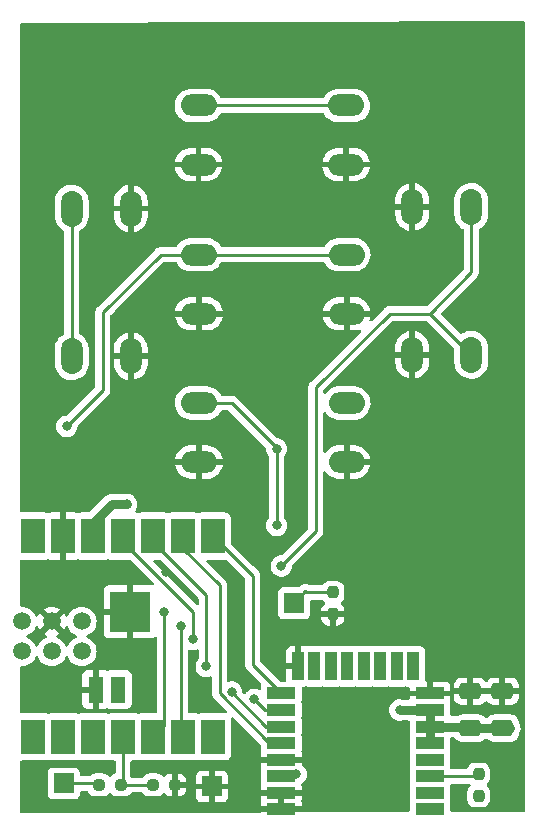
<source format=gtl>
%TF.GenerationSoftware,KiCad,Pcbnew,7.0.10*%
%TF.CreationDate,2024-03-22T23:10:46-04:00*%
%TF.ProjectId,Remote PCB,52656d6f-7465-4205-9043-422e6b696361,rev?*%
%TF.SameCoordinates,Original*%
%TF.FileFunction,Copper,L1,Top*%
%TF.FilePolarity,Positive*%
%FSLAX46Y46*%
G04 Gerber Fmt 4.6, Leading zero omitted, Abs format (unit mm)*
G04 Created by KiCad (PCBNEW 7.0.10) date 2024-03-22 23:10:46*
%MOMM*%
%LPD*%
G01*
G04 APERTURE LIST*
G04 Aperture macros list*
%AMRoundRect*
0 Rectangle with rounded corners*
0 $1 Rounding radius*
0 $2 $3 $4 $5 $6 $7 $8 $9 X,Y pos of 4 corners*
0 Add a 4 corners polygon primitive as box body*
4,1,4,$2,$3,$4,$5,$6,$7,$8,$9,$2,$3,0*
0 Add four circle primitives for the rounded corners*
1,1,$1+$1,$2,$3*
1,1,$1+$1,$4,$5*
1,1,$1+$1,$6,$7*
1,1,$1+$1,$8,$9*
0 Add four rect primitives between the rounded corners*
20,1,$1+$1,$2,$3,$4,$5,0*
20,1,$1+$1,$4,$5,$6,$7,0*
20,1,$1+$1,$6,$7,$8,$9,0*
20,1,$1+$1,$8,$9,$2,$3,0*%
G04 Aperture macros list end*
%TA.AperFunction,SMDPad,CuDef*%
%ADD10RoundRect,0.250000X-0.650000X0.412500X-0.650000X-0.412500X0.650000X-0.412500X0.650000X0.412500X0*%
%TD*%
%TA.AperFunction,SMDPad,CuDef*%
%ADD11RoundRect,0.237500X-0.250000X-0.237500X0.250000X-0.237500X0.250000X0.237500X-0.250000X0.237500X0*%
%TD*%
%TA.AperFunction,ComponentPad*%
%ADD12O,3.048000X1.850000*%
%TD*%
%TA.AperFunction,SMDPad,CuDef*%
%ADD13R,2.000000X3.000000*%
%TD*%
%TA.AperFunction,SMDPad,CuDef*%
%ADD14C,1.500000*%
%TD*%
%TA.AperFunction,SMDPad,CuDef*%
%ADD15R,1.300000X2.300000*%
%TD*%
%TA.AperFunction,SMDPad,CuDef*%
%ADD16R,3.500000X3.500000*%
%TD*%
%TA.AperFunction,ComponentPad*%
%ADD17O,1.850000X3.048000*%
%TD*%
%TA.AperFunction,ComponentPad*%
%ADD18R,1.700000X1.700000*%
%TD*%
%TA.AperFunction,SMDPad,CuDef*%
%ADD19RoundRect,0.237500X-0.237500X0.250000X-0.237500X-0.250000X0.237500X-0.250000X0.237500X0.250000X0*%
%TD*%
%TA.AperFunction,SMDPad,CuDef*%
%ADD20R,2.450000X1.000000*%
%TD*%
%TA.AperFunction,SMDPad,CuDef*%
%ADD21R,1.000000X2.450000*%
%TD*%
%TA.AperFunction,ViaPad*%
%ADD22C,0.800000*%
%TD*%
%TA.AperFunction,Conductor*%
%ADD23C,0.750000*%
%TD*%
%TA.AperFunction,Conductor*%
%ADD24C,0.500000*%
%TD*%
%TA.AperFunction,Conductor*%
%ADD25C,0.250000*%
%TD*%
G04 APERTURE END LIST*
D10*
%TO.P,C1,1*%
%TO.N,GND*%
X50165000Y-68524500D03*
%TO.P,C1,2*%
%TO.N,+3V3*%
X50165000Y-71649500D03*
%TD*%
D11*
%TO.P,R3,1*%
%TO.N,VBATT_DIV*%
X23321000Y-76454000D03*
%TO.P,R3,2*%
%TO.N,GND*%
X25146000Y-76454000D03*
%TD*%
D12*
%TO.P,SW3,1,1*%
%TO.N,DOWN*%
X27198000Y-44109000D03*
X39698000Y-44109000D03*
%TO.P,SW3,2,2*%
%TO.N,GND*%
X27198000Y-49109000D03*
X39698000Y-49109000D03*
%TD*%
%TO.P,SW2,1,1*%
%TO.N,STOP*%
X27198000Y-31548000D03*
X39698000Y-31548000D03*
%TO.P,SW2,2,2*%
%TO.N,GND*%
X27198000Y-36548000D03*
X39698000Y-36548000D03*
%TD*%
D13*
%TO.P,U1,1,PA02_A0_D0*%
%TO.N,UP*%
X13152000Y-72381000D03*
%TO.P,U1,2,PA4_A1_D1*%
%TO.N,STOP*%
X15692000Y-72381000D03*
%TO.P,U1,3,PA10_A2_D2*%
%TO.N,LEFT*%
X18232000Y-72381000D03*
%TO.P,U1,4,PA11_A3_D3*%
%TO.N,VBATT_DIV*%
X20772000Y-72381000D03*
%TO.P,U1,5,PA8_A4_D4_SDA*%
%TO.N,DOWN*%
X23312000Y-72381000D03*
%TO.P,U1,6,PA9_A5_D5_SCL*%
%TO.N,RIGHT*%
X25852000Y-72381000D03*
%TO.P,U1,7,PB08_A6_D6_TX*%
%TO.N,RST*%
X28392000Y-72381000D03*
%TO.P,U1,8,PB09_A7_D7_RX*%
%TO.N,CS*%
X28392000Y-55381000D03*
%TO.P,U1,9,PA7_A8_D8_SCK*%
%TO.N,CLK*%
X25852000Y-55381000D03*
%TO.P,U1,10,PA5_A9_D9_MISO*%
%TO.N,MISO*%
X23312000Y-55381000D03*
%TO.P,U1,11,PA6_A10_D10_MOSI*%
%TO.N,MOSI*%
X20772000Y-55381000D03*
%TO.P,U1,12,3V3*%
%TO.N,+3V3*%
X18232000Y-55381000D03*
%TO.P,U1,13,GND*%
%TO.N,GND*%
X15692000Y-55381000D03*
%TO.P,U1,14,5V*%
%TO.N,unconnected-(U1-5V-Pad14)*%
X13152000Y-55381000D03*
D14*
%TO.P,U1,15,MTDI*%
%TO.N,unconnected-(U1-MTDI-Pad15)*%
X12192000Y-65151000D03*
%TO.P,U1,16,MTDO*%
%TO.N,unconnected-(U1-MTDO-Pad16)*%
X12192000Y-62611000D03*
%TO.P,U1,17,EN*%
%TO.N,unconnected-(U1-EN-Pad17)*%
X14732000Y-65151000D03*
%TO.P,U1,18,GND*%
%TO.N,GND*%
X14732000Y-62611000D03*
%TO.P,U1,19,MTMS*%
%TO.N,unconnected-(U1-MTMS-Pad19)*%
X17272000Y-65151000D03*
%TO.P,U1,20,MTCK*%
%TO.N,unconnected-(U1-MTCK-Pad20)*%
X17272000Y-62611000D03*
D15*
%TO.P,U1,21,GND*%
%TO.N,GND*%
X18472000Y-68381000D03*
%TO.P,U1,22,VBatt*%
%TO.N,VBATT*%
X20372000Y-68381000D03*
D16*
%TO.P,U1,23,GND*%
%TO.N,GND*%
X21372000Y-61781000D03*
%TD*%
D17*
%TO.P,SW5,1,1*%
%TO.N,GND*%
X45252000Y-40022000D03*
X45252000Y-27522000D03*
%TO.P,SW5,2,2*%
%TO.N,RIGHT*%
X50252000Y-40022000D03*
X50252000Y-27522000D03*
%TD*%
D18*
%TO.P,VBATT,1,Pin_1*%
%TO.N,VBATT*%
X15748000Y-76327000D03*
%TD*%
%TO.P,GND,1,Pin_1*%
%TO.N,GND*%
X28321000Y-76581000D03*
%TD*%
D19*
%TO.P,R1,1*%
%TO.N,IRQ*%
X38536000Y-60157500D03*
%TO.P,R1,2*%
%TO.N,GND*%
X38536000Y-61982500D03*
%TD*%
%TO.P,R4,1*%
%TO.N,Net-(DWM1-RSTn)*%
X50877000Y-75548000D03*
%TO.P,R4,2*%
%TO.N,RST*%
X50877000Y-77373000D03*
%TD*%
D12*
%TO.P,SW1,1,1*%
%TO.N,UP*%
X27161000Y-18923000D03*
X39661000Y-18923000D03*
%TO.P,SW1,2,2*%
%TO.N,GND*%
X27161000Y-23923000D03*
X39661000Y-23923000D03*
%TD*%
D11*
%TO.P,R2,1*%
%TO.N,VBATT*%
X18749000Y-76454000D03*
%TO.P,R2,2*%
%TO.N,VBATT_DIV*%
X20574000Y-76454000D03*
%TD*%
D10*
%TO.P,C2,1*%
%TO.N,GND*%
X52882000Y-68524500D03*
%TO.P,C2,2*%
%TO.N,+3V3*%
X52882000Y-71649500D03*
%TD*%
D20*
%TO.P,DWM1,1,EXTON*%
%TO.N,unconnected-(DWM1-EXTON-Pad1)*%
X46763000Y-78505800D03*
%TO.P,DWM1,2,WAKEUP*%
%TO.N,unconnected-(DWM1-WAKEUP-Pad2)*%
X46763000Y-77105800D03*
%TO.P,DWM1,3,RSTn*%
%TO.N,Net-(DWM1-RSTn)*%
X46763000Y-75705800D03*
%TO.P,DWM1,4,GPIO7*%
%TO.N,unconnected-(DWM1-GPIO7-Pad4)*%
X46763000Y-74305800D03*
%TO.P,DWM1,5,VDDAON*%
%TO.N,+3V3*%
X46763000Y-72905800D03*
%TO.P,DWM1,6,VDD3V3*%
X46763000Y-71505800D03*
%TO.P,DWM1,7,VDD3V3*%
X46763000Y-70105800D03*
%TO.P,DWM1,8,VSS*%
%TO.N,GND*%
X46763000Y-68705800D03*
D21*
%TO.P,DWM1,9,GPIO6/EXTRXE/SPIHA*%
%TO.N,unconnected-(DWM1-GPIO6{slash}EXTRXE{slash}SPIHA-Pad9)*%
X45363000Y-66410800D03*
%TO.P,DWM1,10,GPIO5/EXTTXE/SPIPOL*%
%TO.N,unconnected-(DWM1-GPIO5{slash}EXTTXE{slash}SPIPOL-Pad10)*%
X43963000Y-66410800D03*
%TO.P,DWM1,11,GPIO4/EXTPA*%
%TO.N,unconnected-(DWM1-GPIO4{slash}EXTPA-Pad11)*%
X42563000Y-66410800D03*
%TO.P,DWM1,12,GPIO3/TXLED*%
%TO.N,unconnected-(DWM1-GPIO3{slash}TXLED-Pad12)*%
X41163000Y-66410800D03*
%TO.P,DWM1,13,GPIO2/RXLED*%
%TO.N,unconnected-(DWM1-GPIO2{slash}RXLED-Pad13)*%
X39763000Y-66410800D03*
%TO.P,DWM1,14,GPIO1/SFDLED*%
%TO.N,unconnected-(DWM1-GPIO1{slash}SFDLED-Pad14)*%
X38363000Y-66410800D03*
%TO.P,DWM1,15,GPIO0/RXOKLED*%
%TO.N,unconnected-(DWM1-GPIO0{slash}RXOKLED-Pad15)*%
X36963000Y-66410800D03*
%TO.P,DWM1,16,VSS*%
%TO.N,GND*%
X35563000Y-66410800D03*
D20*
%TO.P,DWM1,17,SPICSn*%
%TO.N,CS*%
X34163000Y-68707000D03*
%TO.P,DWM1,18,SPIMOSI*%
%TO.N,MOSI*%
X34163000Y-70107000D03*
%TO.P,DWM1,19,SPIMISO*%
%TO.N,MISO*%
X34163000Y-71505800D03*
%TO.P,DWM1,20,SPICLK*%
%TO.N,CLK*%
X34163000Y-72905800D03*
%TO.P,DWM1,21,VSS*%
%TO.N,GND*%
X34163000Y-74305800D03*
%TO.P,DWM1,22,IRQ/GPIO8*%
%TO.N,IRQ*%
X34163000Y-75705800D03*
%TO.P,DWM1,23,VSS*%
%TO.N,GND*%
X34163000Y-77105800D03*
%TO.P,DWM1,24,VSS*%
X34163000Y-78505800D03*
%TD*%
D17*
%TO.P,SW4,1,1*%
%TO.N,LEFT*%
X16423000Y-40149000D03*
X16423000Y-27649000D03*
%TO.P,SW4,2,2*%
%TO.N,GND*%
X21423000Y-40149000D03*
X21423000Y-27649000D03*
%TD*%
D18*
%TO.P,IRQ,1,Pin_1*%
%TO.N,IRQ*%
X35256000Y-61070000D03*
%TD*%
D22*
%TO.N,GND*%
X27178000Y-68834000D03*
X30607000Y-62865000D03*
X24384000Y-58420000D03*
%TO.N,+3V3*%
X21082000Y-52705000D03*
X44196000Y-70104000D03*
%TO.N,MOSI*%
X26670000Y-64135000D03*
X31877000Y-69215000D03*
%TO.N,MISO*%
X27813000Y-66421000D03*
X29972000Y-68580000D03*
%TO.N,IRQ*%
X35433000Y-75565000D03*
%TO.N,VBATT*%
X20320000Y-68453000D03*
%TO.N,RST*%
X28392000Y-72381000D03*
X50800000Y-77343000D03*
%TO.N,UP*%
X13081000Y-72390000D03*
%TO.N,STOP*%
X15621000Y-72390000D03*
X16002000Y-46101000D03*
%TO.N,DOWN*%
X33782000Y-48006000D03*
X24257000Y-61849000D03*
X33782000Y-54483000D03*
%TO.N,LEFT*%
X18288000Y-72390000D03*
%TO.N,RIGHT*%
X34163000Y-57912000D03*
X25654000Y-62992000D03*
%TD*%
D23*
%TO.N,+3V3*%
X18232000Y-54271000D02*
X19798000Y-52705000D01*
X46763000Y-70105800D02*
X46763000Y-71505800D01*
X18232000Y-55381000D02*
X18232000Y-54271000D01*
X46763000Y-71505800D02*
X50098300Y-71505800D01*
X46763000Y-71505800D02*
X46763000Y-72905800D01*
X46763000Y-70105800D02*
X44197800Y-70105800D01*
X50242000Y-71649500D02*
X53544000Y-71649500D01*
X44197800Y-70105800D02*
X44196000Y-70104000D01*
D24*
X50098300Y-71505800D02*
X50242000Y-71649500D01*
D23*
X19798000Y-52705000D02*
X21082000Y-52705000D01*
D25*
%TO.N,Net-(DWM1-RSTn)*%
X46763000Y-75705800D02*
X50719200Y-75705800D01*
X50719200Y-75705800D02*
X50877000Y-75548000D01*
%TO.N,CS*%
X31750000Y-58739000D02*
X28392000Y-55381000D01*
X34163000Y-68707000D02*
X31750000Y-66294000D01*
X31750000Y-66294000D02*
X31750000Y-58739000D01*
%TO.N,MOSI*%
X32769000Y-70107000D02*
X31877000Y-69215000D01*
X26670000Y-61779000D02*
X20772000Y-55881000D01*
X26670000Y-64135000D02*
X26670000Y-61779000D01*
X34163000Y-70107000D02*
X32769000Y-70107000D01*
X20772000Y-55881000D02*
X20772000Y-55381000D01*
%TO.N,MISO*%
X27813000Y-60382000D02*
X23312000Y-55881000D01*
X27813000Y-66421000D02*
X27813000Y-60382000D01*
X32897800Y-71505800D02*
X29972000Y-68580000D01*
X23312000Y-55881000D02*
X23312000Y-55381000D01*
X34163000Y-71505800D02*
X32897800Y-71505800D01*
%TO.N,CLK*%
X25852000Y-56459000D02*
X28956000Y-59563000D01*
X33154800Y-72905800D02*
X34163000Y-72905800D01*
X25852000Y-55381000D02*
X25852000Y-56459000D01*
X28956000Y-59563000D02*
X28956000Y-68707000D01*
X28956000Y-68707000D02*
X33154800Y-72905800D01*
%TO.N,IRQ*%
X35256000Y-61010000D02*
X36195000Y-60071000D01*
X34163000Y-75705800D02*
X35292200Y-75705800D01*
X36195000Y-60071000D02*
X36281500Y-60157500D01*
X35256000Y-61070000D02*
X35256000Y-61010000D01*
X36281500Y-60157500D02*
X38536000Y-60157500D01*
X35292200Y-75705800D02*
X35433000Y-75565000D01*
%TO.N,VBATT*%
X18622000Y-76327000D02*
X18749000Y-76454000D01*
X15748000Y-76327000D02*
X18622000Y-76327000D01*
%TO.N,VBATT_DIV*%
X20574000Y-76454000D02*
X23321000Y-76454000D01*
X20772000Y-76256000D02*
X20574000Y-76454000D01*
X20772000Y-72381000D02*
X20772000Y-76256000D01*
%TO.N,RST*%
X50830000Y-77373000D02*
X50800000Y-77343000D01*
X50877000Y-77373000D02*
X50830000Y-77373000D01*
%TO.N,UP*%
X27161000Y-18923000D02*
X39661000Y-18923000D01*
%TO.N,STOP*%
X19050000Y-43053000D02*
X19050000Y-36449000D01*
X16002000Y-46101000D02*
X19050000Y-43053000D01*
X23951000Y-31548000D02*
X27198000Y-31548000D01*
X19050000Y-36449000D02*
X23951000Y-31548000D01*
X27198000Y-31548000D02*
X39698000Y-31548000D01*
%TO.N,DOWN*%
X33782000Y-48006000D02*
X33782000Y-47936000D01*
X23312000Y-72381000D02*
X24257000Y-71436000D01*
X33782000Y-54483000D02*
X33782000Y-48006000D01*
X29955000Y-44109000D02*
X27198000Y-44109000D01*
X33782000Y-47936000D02*
X29955000Y-44109000D01*
X24257000Y-71436000D02*
X24257000Y-61849000D01*
%TO.N,LEFT*%
X16423000Y-40149000D02*
X16423000Y-27649000D01*
%TO.N,RIGHT*%
X46766000Y-36536000D02*
X50252000Y-33050000D01*
X37084000Y-54991000D02*
X37084000Y-42799000D01*
X25654000Y-62992000D02*
X25654000Y-72183000D01*
X34163000Y-57912000D02*
X37084000Y-54991000D01*
X25654000Y-72183000D02*
X25852000Y-72381000D01*
X46766000Y-36536000D02*
X50252000Y-40022000D01*
X37084000Y-42799000D02*
X43347000Y-36536000D01*
X50252000Y-33050000D02*
X50252000Y-27522000D01*
X25852000Y-72381000D02*
X25527000Y-72056000D01*
X25527000Y-63119000D02*
X25654000Y-62992000D01*
X43347000Y-36536000D02*
X46766000Y-36536000D01*
%TD*%
%TA.AperFunction,Conductor*%
%TO.N,GND*%
G36*
X12188631Y-11937634D02*
G01*
X12188629Y-11937634D01*
X12436447Y-11936900D01*
X12188631Y-11937634D01*
G37*
%TD.AperFunction*%
%TA.AperFunction,Conductor*%
G36*
X54689140Y-11811893D02*
G01*
X12436447Y-11936900D01*
X54689137Y-11811892D01*
X54689140Y-11811893D01*
G37*
%TD.AperFunction*%
%TD*%
%TA.AperFunction,Conductor*%
%TO.N,GND*%
G36*
X54756231Y-11831377D02*
G01*
X54802141Y-11884045D01*
X54813500Y-11935890D01*
X54813500Y-78598868D01*
X54793815Y-78665907D01*
X54741011Y-78711662D01*
X54689868Y-78722867D01*
X48612867Y-78740900D01*
X48545769Y-78721415D01*
X48499858Y-78668747D01*
X48488499Y-78616901D01*
X48488499Y-77957929D01*
X48488498Y-77957923D01*
X48482091Y-77898317D01*
X48463747Y-77849134D01*
X48458762Y-77779443D01*
X48463747Y-77762465D01*
X48482089Y-77713288D01*
X48482091Y-77713283D01*
X48488500Y-77653673D01*
X48488499Y-76557928D01*
X48482091Y-76498317D01*
X48482090Y-76498314D01*
X48482090Y-76498312D01*
X48480308Y-76490769D01*
X48481624Y-76490457D01*
X48477225Y-76428942D01*
X48510709Y-76367619D01*
X48572032Y-76334134D01*
X48598391Y-76331300D01*
X50077748Y-76331300D01*
X50144787Y-76350985D01*
X50165429Y-76367619D01*
X50170629Y-76372819D01*
X50204114Y-76434142D01*
X50199130Y-76503834D01*
X50170629Y-76548181D01*
X50056661Y-76662148D01*
X49966093Y-76808981D01*
X49966091Y-76808986D01*
X49938719Y-76891588D01*
X49911826Y-76972747D01*
X49911826Y-76972748D01*
X49911825Y-76972748D01*
X49901500Y-77073815D01*
X49901500Y-77270274D01*
X49900821Y-77283234D01*
X49894540Y-77342999D01*
X49900821Y-77402765D01*
X49901500Y-77415725D01*
X49901500Y-77672168D01*
X49901501Y-77672187D01*
X49911825Y-77773252D01*
X49936971Y-77849135D01*
X49964098Y-77931000D01*
X49966092Y-77937015D01*
X49966093Y-77937018D01*
X49978991Y-77957929D01*
X50056660Y-78083850D01*
X50178650Y-78205840D01*
X50325484Y-78296408D01*
X50489247Y-78350674D01*
X50590323Y-78361000D01*
X51163676Y-78360999D01*
X51163684Y-78360998D01*
X51163687Y-78360998D01*
X51219030Y-78355344D01*
X51264753Y-78350674D01*
X51428516Y-78296408D01*
X51575350Y-78205840D01*
X51697340Y-78083850D01*
X51787908Y-77937016D01*
X51842174Y-77773253D01*
X51852500Y-77672177D01*
X51852499Y-77073824D01*
X51842174Y-76972747D01*
X51787908Y-76808984D01*
X51697340Y-76662150D01*
X51583371Y-76548181D01*
X51549886Y-76486858D01*
X51554870Y-76417166D01*
X51583371Y-76372819D01*
X51628230Y-76327960D01*
X51697340Y-76258850D01*
X51787908Y-76112016D01*
X51842174Y-75948253D01*
X51852500Y-75847177D01*
X51852499Y-75248824D01*
X51851332Y-75237403D01*
X51842174Y-75147747D01*
X51832799Y-75119455D01*
X51787908Y-74983984D01*
X51697340Y-74837150D01*
X51575350Y-74715160D01*
X51428516Y-74624592D01*
X51264753Y-74570326D01*
X51264751Y-74570325D01*
X51163678Y-74560000D01*
X50590330Y-74560000D01*
X50590312Y-74560001D01*
X50489247Y-74570325D01*
X50325484Y-74624592D01*
X50325481Y-74624593D01*
X50178648Y-74715161D01*
X50056661Y-74837148D01*
X49966093Y-74983981D01*
X49966089Y-74983990D01*
X49962340Y-74995306D01*
X49922567Y-75052750D01*
X49858050Y-75079572D01*
X49844635Y-75080300D01*
X48598391Y-75080300D01*
X48531352Y-75060615D01*
X48485597Y-75007811D01*
X48475653Y-74938653D01*
X48481622Y-74915265D01*
X48482089Y-74913288D01*
X48482091Y-74913283D01*
X48488500Y-74853673D01*
X48488499Y-73757928D01*
X48482091Y-73698317D01*
X48464013Y-73649848D01*
X48463747Y-73649134D01*
X48458762Y-73579443D01*
X48463747Y-73562465D01*
X48482089Y-73513288D01*
X48482091Y-73513283D01*
X48488500Y-73453673D01*
X48488499Y-72505299D01*
X48508183Y-72438261D01*
X48560987Y-72392506D01*
X48612499Y-72381300D01*
X48760958Y-72381300D01*
X48827997Y-72400985D01*
X48866497Y-72440204D01*
X48922288Y-72530656D01*
X49046344Y-72654712D01*
X49195666Y-72746814D01*
X49362203Y-72801999D01*
X49464991Y-72812500D01*
X50865008Y-72812499D01*
X50967797Y-72801999D01*
X51134334Y-72746814D01*
X51283656Y-72654712D01*
X51377049Y-72561319D01*
X51438372Y-72527834D01*
X51464730Y-72525000D01*
X51582270Y-72525000D01*
X51649309Y-72544685D01*
X51669951Y-72561319D01*
X51763344Y-72654712D01*
X51912666Y-72746814D01*
X52079203Y-72801999D01*
X52181991Y-72812500D01*
X53582008Y-72812499D01*
X53684797Y-72801999D01*
X53851334Y-72746814D01*
X54000656Y-72654712D01*
X54124712Y-72530656D01*
X54216814Y-72381334D01*
X54271999Y-72214797D01*
X54278315Y-72152968D01*
X54299040Y-72095983D01*
X54322075Y-72062010D01*
X54392562Y-71885102D01*
X54423370Y-71697178D01*
X54413061Y-71507025D01*
X54362114Y-71323533D01*
X54292116Y-71191503D01*
X54278313Y-71146020D01*
X54271999Y-71084203D01*
X54271998Y-71084200D01*
X54237900Y-70981300D01*
X54216814Y-70917666D01*
X54124712Y-70768344D01*
X54000656Y-70644288D01*
X53851334Y-70552186D01*
X53684797Y-70497001D01*
X53684795Y-70497000D01*
X53582010Y-70486500D01*
X52181998Y-70486500D01*
X52181981Y-70486501D01*
X52079203Y-70497000D01*
X52079200Y-70497001D01*
X51912668Y-70552185D01*
X51912663Y-70552187D01*
X51763342Y-70644289D01*
X51669951Y-70737681D01*
X51608628Y-70771166D01*
X51582270Y-70774000D01*
X51464730Y-70774000D01*
X51397691Y-70754315D01*
X51377049Y-70737681D01*
X51283657Y-70644289D01*
X51283656Y-70644288D01*
X51134334Y-70552186D01*
X50967797Y-70497001D01*
X50967795Y-70497000D01*
X50865010Y-70486500D01*
X49464998Y-70486500D01*
X49464981Y-70486501D01*
X49362203Y-70497000D01*
X49362200Y-70497001D01*
X49195668Y-70552185D01*
X49195659Y-70552189D01*
X49098952Y-70611839D01*
X49033856Y-70630300D01*
X48612500Y-70630300D01*
X48545461Y-70610615D01*
X48499706Y-70557811D01*
X48488500Y-70506300D01*
X48488499Y-69557929D01*
X48488498Y-69557923D01*
X48485423Y-69529315D01*
X48482091Y-69498317D01*
X48463480Y-69448418D01*
X48458495Y-69378727D01*
X48463480Y-69361749D01*
X48481597Y-69313175D01*
X48481598Y-69313172D01*
X48487999Y-69253644D01*
X48488000Y-69253627D01*
X48488000Y-68955800D01*
X45038000Y-68955800D01*
X45038000Y-69106300D01*
X45018315Y-69173339D01*
X44965511Y-69219094D01*
X44914000Y-69230300D01*
X44429762Y-69230300D01*
X44403981Y-69227590D01*
X44290646Y-69203500D01*
X44101354Y-69203500D01*
X44068897Y-69210398D01*
X43916197Y-69242855D01*
X43916192Y-69242857D01*
X43743270Y-69319848D01*
X43743265Y-69319851D01*
X43590129Y-69431111D01*
X43463466Y-69571785D01*
X43368821Y-69735715D01*
X43368818Y-69735722D01*
X43310327Y-69915740D01*
X43310326Y-69915744D01*
X43290540Y-70104000D01*
X43310326Y-70292256D01*
X43310327Y-70292259D01*
X43368818Y-70472277D01*
X43368821Y-70472284D01*
X43463467Y-70636216D01*
X43533939Y-70714483D01*
X43590129Y-70776888D01*
X43743265Y-70888148D01*
X43743270Y-70888151D01*
X43916192Y-70965142D01*
X43916197Y-70965144D01*
X44101354Y-71004500D01*
X44101355Y-71004500D01*
X44290644Y-71004500D01*
X44290646Y-71004500D01*
X44387044Y-70984009D01*
X44412825Y-70981300D01*
X44913500Y-70981300D01*
X44980539Y-71000985D01*
X45026294Y-71053789D01*
X45037500Y-71105300D01*
X45037500Y-72053670D01*
X45037501Y-72053676D01*
X45043908Y-72113282D01*
X45047109Y-72121863D01*
X45062252Y-72162465D01*
X45062253Y-72162466D01*
X45067237Y-72232158D01*
X45062253Y-72249131D01*
X45043909Y-72298314D01*
X45043908Y-72298316D01*
X45037501Y-72357916D01*
X45037501Y-72357923D01*
X45037500Y-72357935D01*
X45037500Y-73453670D01*
X45037501Y-73453676D01*
X45043908Y-73513282D01*
X45057004Y-73548393D01*
X45062252Y-73562465D01*
X45062253Y-73562466D01*
X45067237Y-73632158D01*
X45062253Y-73649131D01*
X45043909Y-73698314D01*
X45043908Y-73698316D01*
X45037501Y-73757916D01*
X45037501Y-73757923D01*
X45037500Y-73757935D01*
X45037500Y-74853670D01*
X45037501Y-74853676D01*
X45043908Y-74913282D01*
X45062253Y-74962466D01*
X45067237Y-75032158D01*
X45062253Y-75049131D01*
X45043909Y-75098314D01*
X45043908Y-75098316D01*
X45037501Y-75157916D01*
X45037500Y-75157935D01*
X45037500Y-76253670D01*
X45037501Y-76253676D01*
X45043908Y-76313282D01*
X45062253Y-76362466D01*
X45067237Y-76432158D01*
X45062253Y-76449131D01*
X45043909Y-76498314D01*
X45043908Y-76498316D01*
X45042748Y-76509111D01*
X45037501Y-76557923D01*
X45037500Y-76557935D01*
X45037500Y-77653670D01*
X45037501Y-77653676D01*
X45043908Y-77713282D01*
X45057004Y-77748393D01*
X45062252Y-77762465D01*
X45062253Y-77762466D01*
X45067237Y-77832158D01*
X45062253Y-77849131D01*
X45043909Y-77898314D01*
X45043908Y-77898316D01*
X45039748Y-77937015D01*
X45037501Y-77957923D01*
X45037500Y-77957935D01*
X45037500Y-78627877D01*
X45017815Y-78694916D01*
X44965011Y-78740671D01*
X44913868Y-78751876D01*
X35962369Y-78778438D01*
X35895271Y-78758953D01*
X35891347Y-78755800D01*
X32435531Y-78755800D01*
X32379645Y-78786315D01*
X32353657Y-78789147D01*
X12189368Y-78848981D01*
X12122270Y-78829496D01*
X12076359Y-78776828D01*
X12065000Y-78724982D01*
X12065000Y-74505499D01*
X12084685Y-74438460D01*
X12137489Y-74392705D01*
X12188995Y-74381499D01*
X14199872Y-74381499D01*
X14259483Y-74375091D01*
X14378667Y-74330637D01*
X14448358Y-74325654D01*
X14465329Y-74330636D01*
X14584517Y-74375091D01*
X14584516Y-74375091D01*
X14591444Y-74375835D01*
X14644127Y-74381500D01*
X16739872Y-74381499D01*
X16799483Y-74375091D01*
X16918667Y-74330637D01*
X16988358Y-74325654D01*
X17005329Y-74330636D01*
X17124517Y-74375091D01*
X17124516Y-74375091D01*
X17131444Y-74375835D01*
X17184127Y-74381500D01*
X19279872Y-74381499D01*
X19339483Y-74375091D01*
X19458667Y-74330637D01*
X19528358Y-74325654D01*
X19545329Y-74330636D01*
X19664517Y-74375091D01*
X19724127Y-74381500D01*
X20022500Y-74381499D01*
X20089539Y-74401183D01*
X20135294Y-74453987D01*
X20146500Y-74505499D01*
X20146500Y-75408313D01*
X20126815Y-75475352D01*
X20074011Y-75521107D01*
X20061506Y-75526018D01*
X20009986Y-75543090D01*
X19863148Y-75633661D01*
X19749181Y-75747629D01*
X19687858Y-75781114D01*
X19618166Y-75776130D01*
X19573819Y-75747629D01*
X19459851Y-75633661D01*
X19459850Y-75633660D01*
X19368629Y-75577395D01*
X19313018Y-75543093D01*
X19313013Y-75543091D01*
X19261490Y-75526018D01*
X19149253Y-75488826D01*
X19149251Y-75488825D01*
X19048178Y-75478500D01*
X18449830Y-75478500D01*
X18449812Y-75478501D01*
X18348747Y-75488825D01*
X18184984Y-75543092D01*
X18184981Y-75543093D01*
X18038148Y-75633661D01*
X18006629Y-75665181D01*
X17945306Y-75698666D01*
X17918948Y-75701500D01*
X17222499Y-75701500D01*
X17155460Y-75681815D01*
X17109705Y-75629011D01*
X17098499Y-75577500D01*
X17098499Y-75429129D01*
X17098498Y-75429123D01*
X17098497Y-75429116D01*
X17092091Y-75369517D01*
X17061556Y-75287649D01*
X17041797Y-75234671D01*
X17041793Y-75234664D01*
X16955547Y-75119455D01*
X16955544Y-75119452D01*
X16840335Y-75033206D01*
X16840328Y-75033202D01*
X16705482Y-74982908D01*
X16705483Y-74982908D01*
X16645883Y-74976501D01*
X16645881Y-74976500D01*
X16645873Y-74976500D01*
X16645864Y-74976500D01*
X14850129Y-74976500D01*
X14850123Y-74976501D01*
X14790516Y-74982908D01*
X14655671Y-75033202D01*
X14655664Y-75033206D01*
X14540455Y-75119452D01*
X14540452Y-75119455D01*
X14454206Y-75234664D01*
X14454202Y-75234671D01*
X14403908Y-75369517D01*
X14397501Y-75429116D01*
X14397501Y-75429123D01*
X14397500Y-75429135D01*
X14397500Y-77224870D01*
X14397501Y-77224876D01*
X14403908Y-77284483D01*
X14454202Y-77419328D01*
X14454206Y-77419335D01*
X14540452Y-77534544D01*
X14540455Y-77534547D01*
X14655664Y-77620793D01*
X14655671Y-77620797D01*
X14790517Y-77671091D01*
X14790516Y-77671091D01*
X14797444Y-77671835D01*
X14850127Y-77677500D01*
X16645872Y-77677499D01*
X16705483Y-77671091D01*
X16840331Y-77620796D01*
X16955546Y-77534546D01*
X16997245Y-77478844D01*
X26971000Y-77478844D01*
X26977401Y-77538372D01*
X26977403Y-77538379D01*
X27027645Y-77673086D01*
X27027649Y-77673093D01*
X27113809Y-77788187D01*
X27113812Y-77788190D01*
X27228906Y-77874350D01*
X27228913Y-77874354D01*
X27363620Y-77924596D01*
X27363627Y-77924598D01*
X27423155Y-77930999D01*
X27423172Y-77931000D01*
X28071000Y-77931000D01*
X28071000Y-77016501D01*
X28178685Y-77065680D01*
X28285237Y-77081000D01*
X28356763Y-77081000D01*
X28463315Y-77065680D01*
X28571000Y-77016501D01*
X28571000Y-77931000D01*
X29218828Y-77931000D01*
X29218844Y-77930999D01*
X29278372Y-77924598D01*
X29278379Y-77924596D01*
X29413086Y-77874354D01*
X29413093Y-77874350D01*
X29528187Y-77788190D01*
X29528190Y-77788187D01*
X29614350Y-77673093D01*
X29614354Y-77673086D01*
X29664596Y-77538379D01*
X29664598Y-77538372D01*
X29670999Y-77478844D01*
X29671000Y-77478827D01*
X29671000Y-77355800D01*
X32438000Y-77355800D01*
X32438000Y-77653644D01*
X32444401Y-77713172D01*
X32444403Y-77713180D01*
X32462786Y-77762467D01*
X32467770Y-77832159D01*
X32462786Y-77849133D01*
X32444403Y-77898419D01*
X32444401Y-77898427D01*
X32438000Y-77957955D01*
X32438000Y-78255800D01*
X33913000Y-78255800D01*
X33913000Y-77355800D01*
X34413000Y-77355800D01*
X34413000Y-78255800D01*
X35888000Y-78255800D01*
X35888000Y-77957972D01*
X35887999Y-77957955D01*
X35881597Y-77898422D01*
X35881597Y-77898421D01*
X35863214Y-77849135D01*
X35858228Y-77779444D01*
X35863214Y-77762465D01*
X35881597Y-77713178D01*
X35881597Y-77713177D01*
X35887999Y-77653644D01*
X35888000Y-77653627D01*
X35888000Y-77355800D01*
X34413000Y-77355800D01*
X33913000Y-77355800D01*
X32438000Y-77355800D01*
X29671000Y-77355800D01*
X29671000Y-76831000D01*
X28754686Y-76831000D01*
X28780493Y-76790844D01*
X28821000Y-76652889D01*
X28821000Y-76509111D01*
X28780493Y-76371156D01*
X28754686Y-76331000D01*
X29671000Y-76331000D01*
X29671000Y-76253670D01*
X32437500Y-76253670D01*
X32437501Y-76253676D01*
X32443909Y-76313284D01*
X32462519Y-76363182D01*
X32467503Y-76432874D01*
X32462520Y-76449846D01*
X32444402Y-76498423D01*
X32444401Y-76498427D01*
X32438000Y-76557955D01*
X32438000Y-76855800D01*
X35888000Y-76855800D01*
X35888000Y-76557972D01*
X35887999Y-76557955D01*
X35881598Y-76498428D01*
X35871597Y-76471613D01*
X35866613Y-76401921D01*
X35900097Y-76340598D01*
X35914883Y-76327969D01*
X36038871Y-76237888D01*
X36165533Y-76097216D01*
X36260179Y-75933284D01*
X36318674Y-75753256D01*
X36338460Y-75565000D01*
X36318674Y-75376744D01*
X36260179Y-75196716D01*
X36165533Y-75032784D01*
X36038871Y-74892112D01*
X35985978Y-74853683D01*
X35939115Y-74819635D01*
X35896449Y-74764305D01*
X35888000Y-74719317D01*
X35888000Y-74555800D01*
X32438000Y-74555800D01*
X32438000Y-74853644D01*
X32444401Y-74913172D01*
X32444403Y-74913183D01*
X32462519Y-74961753D01*
X32467503Y-75031444D01*
X32462520Y-75048416D01*
X32443908Y-75098317D01*
X32437501Y-75157916D01*
X32437500Y-75157935D01*
X32437500Y-76253670D01*
X29671000Y-76253670D01*
X29671000Y-75683172D01*
X29670999Y-75683155D01*
X29664598Y-75623627D01*
X29664596Y-75623620D01*
X29614354Y-75488913D01*
X29614350Y-75488906D01*
X29528190Y-75373812D01*
X29528187Y-75373809D01*
X29413093Y-75287649D01*
X29413086Y-75287645D01*
X29278379Y-75237403D01*
X29278372Y-75237401D01*
X29218844Y-75231000D01*
X28571000Y-75231000D01*
X28571000Y-76145498D01*
X28463315Y-76096320D01*
X28356763Y-76081000D01*
X28285237Y-76081000D01*
X28178685Y-76096320D01*
X28071000Y-76145498D01*
X28071000Y-75231000D01*
X27423155Y-75231000D01*
X27363627Y-75237401D01*
X27363620Y-75237403D01*
X27228913Y-75287645D01*
X27228906Y-75287649D01*
X27113812Y-75373809D01*
X27113809Y-75373812D01*
X27027649Y-75488906D01*
X27027645Y-75488913D01*
X26977403Y-75623620D01*
X26977401Y-75623627D01*
X26971000Y-75683155D01*
X26971000Y-76331000D01*
X27887314Y-76331000D01*
X27861507Y-76371156D01*
X27821000Y-76509111D01*
X27821000Y-76652889D01*
X27861507Y-76790844D01*
X27887314Y-76831000D01*
X26971000Y-76831000D01*
X26971000Y-77478844D01*
X16997245Y-77478844D01*
X17041796Y-77419331D01*
X17092091Y-77284483D01*
X17098500Y-77224873D01*
X17098500Y-77076500D01*
X17118185Y-77009461D01*
X17170989Y-76963706D01*
X17222500Y-76952500D01*
X17723685Y-76952500D01*
X17790724Y-76972185D01*
X17829221Y-77011400D01*
X17916160Y-77152350D01*
X18038150Y-77274340D01*
X18184984Y-77364908D01*
X18348747Y-77419174D01*
X18449823Y-77429500D01*
X19048176Y-77429499D01*
X19048184Y-77429498D01*
X19048187Y-77429498D01*
X19103530Y-77423844D01*
X19149253Y-77419174D01*
X19313016Y-77364908D01*
X19459850Y-77274340D01*
X19573819Y-77160371D01*
X19635142Y-77126886D01*
X19704834Y-77131870D01*
X19749181Y-77160371D01*
X19863150Y-77274340D01*
X20009984Y-77364908D01*
X20173747Y-77419174D01*
X20274823Y-77429500D01*
X20873176Y-77429499D01*
X20873184Y-77429498D01*
X20873187Y-77429498D01*
X20928530Y-77423844D01*
X20974253Y-77419174D01*
X21138016Y-77364908D01*
X21284850Y-77274340D01*
X21406840Y-77152350D01*
X21415442Y-77138404D01*
X21467390Y-77091679D01*
X21520981Y-77079500D01*
X22374019Y-77079500D01*
X22441058Y-77099185D01*
X22479558Y-77138404D01*
X22488160Y-77152350D01*
X22610150Y-77274340D01*
X22756984Y-77364908D01*
X22920747Y-77419174D01*
X23021823Y-77429500D01*
X23620176Y-77429499D01*
X23620184Y-77429498D01*
X23620187Y-77429498D01*
X23675530Y-77423844D01*
X23721253Y-77419174D01*
X23885016Y-77364908D01*
X24031850Y-77274340D01*
X24146175Y-77160014D01*
X24207494Y-77126532D01*
X24277186Y-77131516D01*
X24321534Y-77160017D01*
X24435461Y-77273944D01*
X24435465Y-77273947D01*
X24582188Y-77364448D01*
X24582199Y-77364453D01*
X24745847Y-77418680D01*
X24846851Y-77428999D01*
X24895999Y-77428998D01*
X24896000Y-77428998D01*
X24896000Y-76704000D01*
X25396000Y-76704000D01*
X25396000Y-77428999D01*
X25445140Y-77428999D01*
X25445154Y-77428998D01*
X25546152Y-77418680D01*
X25709800Y-77364453D01*
X25709811Y-77364448D01*
X25856534Y-77273947D01*
X25856538Y-77273944D01*
X25978444Y-77152038D01*
X25978447Y-77152034D01*
X26068948Y-77005311D01*
X26068953Y-77005300D01*
X26123180Y-76841652D01*
X26133499Y-76740654D01*
X26133500Y-76740641D01*
X26133500Y-76704000D01*
X25396000Y-76704000D01*
X24896000Y-76704000D01*
X24896000Y-75479000D01*
X25396000Y-75479000D01*
X25396000Y-76204000D01*
X26133499Y-76204000D01*
X26133499Y-76167360D01*
X26133498Y-76167345D01*
X26123180Y-76066347D01*
X26068953Y-75902699D01*
X26068948Y-75902688D01*
X25978447Y-75755965D01*
X25978444Y-75755961D01*
X25856538Y-75634055D01*
X25856534Y-75634052D01*
X25709811Y-75543551D01*
X25709800Y-75543546D01*
X25546152Y-75489319D01*
X25445154Y-75479000D01*
X25396000Y-75479000D01*
X24896000Y-75479000D01*
X24895999Y-75478999D01*
X24846861Y-75479000D01*
X24846843Y-75479001D01*
X24745847Y-75489319D01*
X24582199Y-75543546D01*
X24582188Y-75543551D01*
X24435465Y-75634052D01*
X24321534Y-75747983D01*
X24260211Y-75781467D01*
X24190519Y-75776483D01*
X24146172Y-75747982D01*
X24031851Y-75633661D01*
X24031850Y-75633660D01*
X23940629Y-75577395D01*
X23885018Y-75543093D01*
X23885013Y-75543091D01*
X23833490Y-75526018D01*
X23721253Y-75488826D01*
X23721251Y-75488825D01*
X23620178Y-75478500D01*
X23021830Y-75478500D01*
X23021812Y-75478501D01*
X22920747Y-75488825D01*
X22756984Y-75543092D01*
X22756981Y-75543093D01*
X22610148Y-75633661D01*
X22488160Y-75755649D01*
X22488159Y-75755651D01*
X22479558Y-75769596D01*
X22427610Y-75816321D01*
X22374019Y-75828500D01*
X21521500Y-75828500D01*
X21454461Y-75808815D01*
X21408706Y-75756011D01*
X21397500Y-75704500D01*
X21397500Y-74505499D01*
X21417185Y-74438460D01*
X21469989Y-74392705D01*
X21521500Y-74381499D01*
X21819871Y-74381499D01*
X21819872Y-74381499D01*
X21879483Y-74375091D01*
X21998667Y-74330637D01*
X22068358Y-74325654D01*
X22085329Y-74330636D01*
X22204517Y-74375091D01*
X22204516Y-74375091D01*
X22211444Y-74375835D01*
X22264127Y-74381500D01*
X24359872Y-74381499D01*
X24419483Y-74375091D01*
X24538667Y-74330637D01*
X24608358Y-74325654D01*
X24625329Y-74330636D01*
X24744517Y-74375091D01*
X24744516Y-74375091D01*
X24751444Y-74375835D01*
X24804127Y-74381500D01*
X26899872Y-74381499D01*
X26959483Y-74375091D01*
X27078667Y-74330637D01*
X27148358Y-74325654D01*
X27165329Y-74330636D01*
X27284517Y-74375091D01*
X27284516Y-74375091D01*
X27291444Y-74375835D01*
X27344127Y-74381500D01*
X29439872Y-74381499D01*
X29499483Y-74375091D01*
X29634331Y-74324796D01*
X29749546Y-74238546D01*
X29835796Y-74123331D01*
X29886091Y-73988483D01*
X29892500Y-73928873D01*
X29892499Y-70833128D01*
X29892499Y-70833127D01*
X29892499Y-70829808D01*
X29893529Y-70829808D01*
X29908598Y-70765981D01*
X29958867Y-70717455D01*
X30027391Y-70703809D01*
X30092415Y-70729377D01*
X30104046Y-70739637D01*
X32401181Y-73036772D01*
X32434666Y-73098095D01*
X32437500Y-73124453D01*
X32437500Y-73453669D01*
X32437501Y-73453676D01*
X32443909Y-73513284D01*
X32462519Y-73563182D01*
X32467503Y-73632874D01*
X32462520Y-73649846D01*
X32444402Y-73698423D01*
X32444401Y-73698427D01*
X32438000Y-73757955D01*
X32438000Y-74055800D01*
X35888000Y-74055800D01*
X35888000Y-73757972D01*
X35887999Y-73757955D01*
X35881598Y-73698427D01*
X35863479Y-73649848D01*
X35858495Y-73580156D01*
X35863476Y-73563191D01*
X35882091Y-73513283D01*
X35888500Y-73453673D01*
X35888499Y-72357928D01*
X35882091Y-72298317D01*
X35863747Y-72249134D01*
X35858762Y-72179443D01*
X35863747Y-72162465D01*
X35882089Y-72113288D01*
X35882091Y-72113283D01*
X35888500Y-72053673D01*
X35888499Y-70957928D01*
X35882091Y-70898317D01*
X35863969Y-70849731D01*
X35858986Y-70780042D01*
X35863971Y-70763065D01*
X35876536Y-70729377D01*
X35882091Y-70714483D01*
X35888500Y-70654873D01*
X35888499Y-69559128D01*
X35882091Y-69499517D01*
X35882090Y-69499514D01*
X35863747Y-69450334D01*
X35858762Y-69380643D01*
X35863747Y-69363665D01*
X35880089Y-69319851D01*
X35882091Y-69314483D01*
X35888500Y-69254873D01*
X35888500Y-68774500D01*
X48765001Y-68774500D01*
X48765001Y-68986986D01*
X48775494Y-69089697D01*
X48830641Y-69256119D01*
X48830643Y-69256124D01*
X48922684Y-69405345D01*
X49046654Y-69529315D01*
X49195875Y-69621356D01*
X49195880Y-69621358D01*
X49362302Y-69676505D01*
X49362309Y-69676506D01*
X49465019Y-69686999D01*
X49914999Y-69686999D01*
X49915000Y-69686998D01*
X49915000Y-68774500D01*
X50415000Y-68774500D01*
X50415000Y-69686999D01*
X50864972Y-69686999D01*
X50864986Y-69686998D01*
X50967697Y-69676505D01*
X51134119Y-69621358D01*
X51134124Y-69621356D01*
X51283345Y-69529315D01*
X51407317Y-69405343D01*
X51417961Y-69388087D01*
X51469908Y-69341362D01*
X51538871Y-69330139D01*
X51602953Y-69357982D01*
X51629039Y-69388087D01*
X51639682Y-69405343D01*
X51763654Y-69529315D01*
X51912875Y-69621356D01*
X51912880Y-69621358D01*
X52079302Y-69676505D01*
X52079309Y-69676506D01*
X52182019Y-69686999D01*
X52631999Y-69686999D01*
X52632000Y-69686998D01*
X52632000Y-68774500D01*
X53132000Y-68774500D01*
X53132000Y-69686999D01*
X53581972Y-69686999D01*
X53581986Y-69686998D01*
X53684697Y-69676505D01*
X53851119Y-69621358D01*
X53851124Y-69621356D01*
X54000345Y-69529315D01*
X54124315Y-69405345D01*
X54216356Y-69256124D01*
X54216358Y-69256119D01*
X54271505Y-69089697D01*
X54271506Y-69089690D01*
X54281999Y-68986986D01*
X54282000Y-68986973D01*
X54282000Y-68774500D01*
X53132000Y-68774500D01*
X52632000Y-68774500D01*
X50415000Y-68774500D01*
X49915000Y-68774500D01*
X48765001Y-68774500D01*
X35888500Y-68774500D01*
X35888499Y-68259799D01*
X35908183Y-68192761D01*
X35960987Y-68147006D01*
X36012499Y-68135800D01*
X36110828Y-68135800D01*
X36110844Y-68135799D01*
X36170372Y-68129398D01*
X36170375Y-68129397D01*
X36218949Y-68111280D01*
X36288640Y-68106294D01*
X36305610Y-68111277D01*
X36355517Y-68129891D01*
X36415127Y-68136300D01*
X37510872Y-68136299D01*
X37570483Y-68129891D01*
X37619665Y-68111546D01*
X37689355Y-68106561D01*
X37706333Y-68111547D01*
X37755508Y-68129888D01*
X37755511Y-68129888D01*
X37755517Y-68129891D01*
X37815127Y-68136300D01*
X38910872Y-68136299D01*
X38970483Y-68129891D01*
X39019665Y-68111546D01*
X39089355Y-68106561D01*
X39106333Y-68111547D01*
X39155508Y-68129888D01*
X39155511Y-68129888D01*
X39155517Y-68129891D01*
X39215127Y-68136300D01*
X40310872Y-68136299D01*
X40370483Y-68129891D01*
X40419665Y-68111546D01*
X40489355Y-68106561D01*
X40506333Y-68111547D01*
X40555508Y-68129888D01*
X40555511Y-68129888D01*
X40555517Y-68129891D01*
X40615127Y-68136300D01*
X41710872Y-68136299D01*
X41770483Y-68129891D01*
X41819665Y-68111546D01*
X41889355Y-68106561D01*
X41906333Y-68111547D01*
X41955508Y-68129888D01*
X41955511Y-68129888D01*
X41955517Y-68129891D01*
X42015127Y-68136300D01*
X43110872Y-68136299D01*
X43170483Y-68129891D01*
X43219665Y-68111546D01*
X43289355Y-68106561D01*
X43306333Y-68111547D01*
X43355508Y-68129888D01*
X43355511Y-68129888D01*
X43355517Y-68129891D01*
X43415127Y-68136300D01*
X44510872Y-68136299D01*
X44570483Y-68129891D01*
X44619665Y-68111546D01*
X44689355Y-68106561D01*
X44706333Y-68111547D01*
X44755508Y-68129888D01*
X44755511Y-68129889D01*
X44755517Y-68129891D01*
X44815127Y-68136300D01*
X44914002Y-68136299D01*
X44981038Y-68155983D01*
X45026794Y-68208786D01*
X45038000Y-68260299D01*
X45038000Y-68455800D01*
X46513000Y-68455800D01*
X46513000Y-67705800D01*
X47013000Y-67705800D01*
X47013000Y-68455800D01*
X48488000Y-68455800D01*
X48488000Y-68274500D01*
X48765000Y-68274500D01*
X49915000Y-68274500D01*
X49915000Y-67362000D01*
X50415000Y-67362000D01*
X50415000Y-68274500D01*
X52632000Y-68274500D01*
X52632000Y-67362000D01*
X53132000Y-67362000D01*
X53132000Y-68274500D01*
X54281999Y-68274500D01*
X54281999Y-68062028D01*
X54281998Y-68062013D01*
X54271505Y-67959302D01*
X54216358Y-67792880D01*
X54216356Y-67792875D01*
X54124315Y-67643654D01*
X54000345Y-67519684D01*
X53851124Y-67427643D01*
X53851119Y-67427641D01*
X53684697Y-67372494D01*
X53684690Y-67372493D01*
X53581986Y-67362000D01*
X53132000Y-67362000D01*
X52632000Y-67362000D01*
X52182028Y-67362000D01*
X52182012Y-67362001D01*
X52079302Y-67372494D01*
X51912880Y-67427641D01*
X51912875Y-67427643D01*
X51763654Y-67519684D01*
X51639682Y-67643656D01*
X51629038Y-67660914D01*
X51577090Y-67707638D01*
X51508127Y-67718859D01*
X51444045Y-67691015D01*
X51417962Y-67660914D01*
X51407317Y-67643656D01*
X51283345Y-67519684D01*
X51134124Y-67427643D01*
X51134119Y-67427641D01*
X50967697Y-67372494D01*
X50967690Y-67372493D01*
X50864986Y-67362000D01*
X50415000Y-67362000D01*
X49915000Y-67362000D01*
X49465028Y-67362000D01*
X49465012Y-67362001D01*
X49362302Y-67372494D01*
X49195880Y-67427641D01*
X49195875Y-67427643D01*
X49046654Y-67519684D01*
X48922684Y-67643654D01*
X48830643Y-67792875D01*
X48830641Y-67792880D01*
X48775494Y-67959302D01*
X48775493Y-67959309D01*
X48765000Y-68062013D01*
X48765000Y-68274500D01*
X48488000Y-68274500D01*
X48488000Y-68157972D01*
X48487999Y-68157955D01*
X48481598Y-68098427D01*
X48481596Y-68098420D01*
X48431354Y-67963713D01*
X48431350Y-67963706D01*
X48345190Y-67848612D01*
X48345187Y-67848609D01*
X48230093Y-67762449D01*
X48230086Y-67762445D01*
X48095379Y-67712203D01*
X48095372Y-67712201D01*
X48035844Y-67705800D01*
X47013000Y-67705800D01*
X46513000Y-67705800D01*
X46487500Y-67705800D01*
X46420461Y-67686115D01*
X46374706Y-67633311D01*
X46363500Y-67581800D01*
X46363499Y-65137929D01*
X46363498Y-65137923D01*
X46357091Y-65078316D01*
X46306797Y-64943471D01*
X46306793Y-64943464D01*
X46220547Y-64828255D01*
X46220544Y-64828252D01*
X46105335Y-64742006D01*
X46105328Y-64742002D01*
X45970482Y-64691708D01*
X45970483Y-64691708D01*
X45910883Y-64685301D01*
X45910881Y-64685300D01*
X45910873Y-64685300D01*
X45910864Y-64685300D01*
X44815129Y-64685300D01*
X44815123Y-64685301D01*
X44755516Y-64691708D01*
X44706332Y-64710053D01*
X44636640Y-64715037D01*
X44619667Y-64710053D01*
X44570482Y-64691708D01*
X44570483Y-64691708D01*
X44510883Y-64685301D01*
X44510881Y-64685300D01*
X44510873Y-64685300D01*
X44510864Y-64685300D01*
X43415129Y-64685300D01*
X43415123Y-64685301D01*
X43355516Y-64691708D01*
X43306332Y-64710053D01*
X43236640Y-64715037D01*
X43219667Y-64710053D01*
X43170482Y-64691708D01*
X43170483Y-64691708D01*
X43110883Y-64685301D01*
X43110881Y-64685300D01*
X43110873Y-64685300D01*
X43110864Y-64685300D01*
X42015129Y-64685300D01*
X42015123Y-64685301D01*
X41955516Y-64691708D01*
X41906332Y-64710053D01*
X41836640Y-64715037D01*
X41819667Y-64710053D01*
X41770482Y-64691708D01*
X41770483Y-64691708D01*
X41710883Y-64685301D01*
X41710881Y-64685300D01*
X41710873Y-64685300D01*
X41710864Y-64685300D01*
X40615129Y-64685300D01*
X40615123Y-64685301D01*
X40555516Y-64691708D01*
X40506332Y-64710053D01*
X40436640Y-64715037D01*
X40419667Y-64710053D01*
X40370482Y-64691708D01*
X40370483Y-64691708D01*
X40310883Y-64685301D01*
X40310881Y-64685300D01*
X40310873Y-64685300D01*
X40310864Y-64685300D01*
X39215129Y-64685300D01*
X39215123Y-64685301D01*
X39155516Y-64691708D01*
X39106332Y-64710053D01*
X39036640Y-64715037D01*
X39019667Y-64710053D01*
X38970482Y-64691708D01*
X38970483Y-64691708D01*
X38910883Y-64685301D01*
X38910881Y-64685300D01*
X38910873Y-64685300D01*
X38910864Y-64685300D01*
X37815129Y-64685300D01*
X37815123Y-64685301D01*
X37755516Y-64691708D01*
X37706332Y-64710053D01*
X37636640Y-64715037D01*
X37619667Y-64710053D01*
X37570482Y-64691708D01*
X37570483Y-64691708D01*
X37510883Y-64685301D01*
X37510881Y-64685300D01*
X37510873Y-64685300D01*
X37510864Y-64685300D01*
X36415129Y-64685300D01*
X36415123Y-64685301D01*
X36355517Y-64691708D01*
X36305616Y-64710320D01*
X36235925Y-64715303D01*
X36218953Y-64710319D01*
X36170383Y-64692203D01*
X36170372Y-64692201D01*
X36110844Y-64685800D01*
X35813000Y-64685800D01*
X35813000Y-66536800D01*
X35793315Y-66603839D01*
X35740511Y-66649594D01*
X35689000Y-66660800D01*
X34563000Y-66660800D01*
X34563000Y-67582500D01*
X34543315Y-67649539D01*
X34490511Y-67695294D01*
X34439000Y-67706500D01*
X34098453Y-67706500D01*
X34031414Y-67686815D01*
X34010772Y-67670181D01*
X32501391Y-66160800D01*
X34563000Y-66160800D01*
X35313000Y-66160800D01*
X35313000Y-64685800D01*
X35015155Y-64685800D01*
X34955627Y-64692201D01*
X34955620Y-64692203D01*
X34820913Y-64742445D01*
X34820906Y-64742449D01*
X34705812Y-64828609D01*
X34705809Y-64828612D01*
X34619649Y-64943706D01*
X34619645Y-64943713D01*
X34569403Y-65078420D01*
X34569401Y-65078427D01*
X34563000Y-65137955D01*
X34563000Y-66160800D01*
X32501391Y-66160800D01*
X32411819Y-66071228D01*
X32378334Y-66009905D01*
X32375500Y-65983547D01*
X32375500Y-61967870D01*
X33905500Y-61967870D01*
X33905501Y-61967876D01*
X33911908Y-62027483D01*
X33962202Y-62162328D01*
X33962206Y-62162335D01*
X34048452Y-62277544D01*
X34048455Y-62277547D01*
X34163664Y-62363793D01*
X34163671Y-62363797D01*
X34298517Y-62414091D01*
X34298516Y-62414091D01*
X34305444Y-62414835D01*
X34358127Y-62420500D01*
X36153872Y-62420499D01*
X36213483Y-62414091D01*
X36348331Y-62363796D01*
X36463546Y-62277546D01*
X36497267Y-62232500D01*
X37561001Y-62232500D01*
X37561001Y-62281654D01*
X37571319Y-62382652D01*
X37625546Y-62546300D01*
X37625551Y-62546311D01*
X37716052Y-62693034D01*
X37716055Y-62693038D01*
X37837961Y-62814944D01*
X37837965Y-62814947D01*
X37984688Y-62905448D01*
X37984699Y-62905453D01*
X38148347Y-62959680D01*
X38249352Y-62969999D01*
X38286000Y-62969999D01*
X38286000Y-62232500D01*
X38786000Y-62232500D01*
X38786000Y-62969999D01*
X38822640Y-62969999D01*
X38822654Y-62969998D01*
X38923652Y-62959680D01*
X39087300Y-62905453D01*
X39087311Y-62905448D01*
X39234034Y-62814947D01*
X39234038Y-62814944D01*
X39355944Y-62693038D01*
X39355947Y-62693034D01*
X39446448Y-62546311D01*
X39446453Y-62546300D01*
X39500680Y-62382652D01*
X39510999Y-62281654D01*
X39511000Y-62281641D01*
X39511000Y-62232500D01*
X38786000Y-62232500D01*
X38286000Y-62232500D01*
X37561001Y-62232500D01*
X36497267Y-62232500D01*
X36549796Y-62162331D01*
X36600091Y-62027483D01*
X36606500Y-61967873D01*
X36606499Y-60906999D01*
X36626183Y-60839961D01*
X36678987Y-60794206D01*
X36730499Y-60783000D01*
X37593809Y-60783000D01*
X37660848Y-60802685D01*
X37699348Y-60841904D01*
X37715659Y-60868349D01*
X37829982Y-60982672D01*
X37863467Y-61043995D01*
X37858483Y-61113687D01*
X37829983Y-61158034D01*
X37716052Y-61271965D01*
X37625551Y-61418688D01*
X37625546Y-61418699D01*
X37571319Y-61582347D01*
X37561000Y-61683345D01*
X37561000Y-61732500D01*
X39510999Y-61732500D01*
X39510999Y-61683360D01*
X39510998Y-61683345D01*
X39500680Y-61582347D01*
X39446453Y-61418699D01*
X39446448Y-61418688D01*
X39355947Y-61271965D01*
X39355944Y-61271961D01*
X39242017Y-61158034D01*
X39208532Y-61096711D01*
X39213516Y-61027019D01*
X39242013Y-60982676D01*
X39356340Y-60868350D01*
X39446908Y-60721516D01*
X39501174Y-60557753D01*
X39511500Y-60456677D01*
X39511499Y-59858324D01*
X39505632Y-59800893D01*
X39501174Y-59757247D01*
X39446908Y-59593484D01*
X39356340Y-59446650D01*
X39234350Y-59324660D01*
X39087516Y-59234092D01*
X38923753Y-59179826D01*
X38923751Y-59179825D01*
X38822678Y-59169500D01*
X38249330Y-59169500D01*
X38249312Y-59169501D01*
X38148247Y-59179825D01*
X37984484Y-59234092D01*
X37984481Y-59234093D01*
X37837648Y-59324661D01*
X37715659Y-59446650D01*
X37699348Y-59473096D01*
X37647400Y-59519821D01*
X37593809Y-59532000D01*
X36550103Y-59532000D01*
X36500855Y-59521801D01*
X36495935Y-59519672D01*
X36465033Y-59506299D01*
X36457987Y-59502983D01*
X36408567Y-59477802D01*
X36408561Y-59477800D01*
X36400587Y-59476018D01*
X36378396Y-59468807D01*
X36370896Y-59465562D01*
X36370894Y-59465561D01*
X36370893Y-59465561D01*
X36316119Y-59456886D01*
X36308469Y-59455427D01*
X36254331Y-59443326D01*
X36246158Y-59443583D01*
X36222877Y-59442118D01*
X36214806Y-59440840D01*
X36214802Y-59440840D01*
X36159594Y-59446058D01*
X36151822Y-59446547D01*
X36096372Y-59448289D01*
X36096371Y-59448290D01*
X36088508Y-59450574D01*
X36065596Y-59454944D01*
X36057472Y-59455712D01*
X36057460Y-59455714D01*
X36005292Y-59474495D01*
X35997892Y-59476900D01*
X35944613Y-59492381D01*
X35944605Y-59492384D01*
X35937568Y-59496546D01*
X35916468Y-59506474D01*
X35908772Y-59509245D01*
X35862884Y-59540429D01*
X35856312Y-59544600D01*
X35808576Y-59572831D01*
X35802798Y-59578610D01*
X35784825Y-59593479D01*
X35778065Y-59598073D01*
X35778060Y-59598077D01*
X35741369Y-59639694D01*
X35736038Y-59645370D01*
X35698227Y-59683181D01*
X35636904Y-59716666D01*
X35610546Y-59719500D01*
X34358129Y-59719500D01*
X34358123Y-59719501D01*
X34298516Y-59725908D01*
X34163671Y-59776202D01*
X34163664Y-59776206D01*
X34048455Y-59862452D01*
X34048452Y-59862455D01*
X33962206Y-59977664D01*
X33962202Y-59977671D01*
X33911908Y-60112517D01*
X33905501Y-60172116D01*
X33905500Y-60172135D01*
X33905500Y-61967870D01*
X32375500Y-61967870D01*
X32375500Y-58821738D01*
X32377224Y-58806124D01*
X32376938Y-58806097D01*
X32377672Y-58798334D01*
X32375561Y-58731144D01*
X32375500Y-58727250D01*
X32375500Y-58699651D01*
X32375500Y-58699650D01*
X32374997Y-58695670D01*
X32374080Y-58684021D01*
X32372709Y-58640373D01*
X32367122Y-58621144D01*
X32363174Y-58602084D01*
X32361002Y-58584888D01*
X32360664Y-58582208D01*
X32344585Y-58541597D01*
X32340804Y-58530552D01*
X32328619Y-58488612D01*
X32318418Y-58471363D01*
X32309860Y-58453894D01*
X32302486Y-58435268D01*
X32302483Y-58435264D01*
X32302483Y-58435263D01*
X32276816Y-58399935D01*
X32270403Y-58390172D01*
X32248172Y-58352583D01*
X32248170Y-58352579D01*
X32248166Y-58352575D01*
X32248163Y-58352571D01*
X32234005Y-58338413D01*
X32221370Y-58323620D01*
X32209593Y-58307412D01*
X32175945Y-58279576D01*
X32167304Y-58271713D01*
X31807591Y-57912000D01*
X33257540Y-57912000D01*
X33277326Y-58100256D01*
X33277327Y-58100259D01*
X33335818Y-58280277D01*
X33335821Y-58280284D01*
X33430467Y-58444216D01*
X33508205Y-58530552D01*
X33557129Y-58584888D01*
X33710265Y-58696148D01*
X33710270Y-58696151D01*
X33883192Y-58773142D01*
X33883197Y-58773144D01*
X34068354Y-58812500D01*
X34068355Y-58812500D01*
X34257644Y-58812500D01*
X34257646Y-58812500D01*
X34442803Y-58773144D01*
X34615730Y-58696151D01*
X34768871Y-58584888D01*
X34895533Y-58444216D01*
X34990179Y-58280284D01*
X35048674Y-58100256D01*
X35066321Y-57932344D01*
X35092904Y-57867734D01*
X35101951Y-57857638D01*
X37467788Y-55491801D01*
X37480042Y-55481986D01*
X37479859Y-55481764D01*
X37485868Y-55476791D01*
X37485877Y-55476786D01*
X37531949Y-55427722D01*
X37534566Y-55425023D01*
X37554120Y-55405471D01*
X37556576Y-55402303D01*
X37564156Y-55393427D01*
X37594062Y-55361582D01*
X37603715Y-55344020D01*
X37614389Y-55327770D01*
X37626673Y-55311936D01*
X37644019Y-55271850D01*
X37649157Y-55261362D01*
X37670196Y-55223093D01*
X37670197Y-55223092D01*
X37675177Y-55203691D01*
X37681478Y-55185288D01*
X37689438Y-55166896D01*
X37696272Y-55123741D01*
X37698635Y-55112331D01*
X37709500Y-55070019D01*
X37709500Y-55049983D01*
X37711027Y-55030582D01*
X37714160Y-55010804D01*
X37710050Y-54967324D01*
X37709500Y-54955655D01*
X37709500Y-50008072D01*
X37729185Y-49941033D01*
X37781989Y-49895278D01*
X37851147Y-49885334D01*
X37914703Y-49914359D01*
X37939090Y-49943058D01*
X37949161Y-49959415D01*
X38109422Y-50141507D01*
X38109426Y-50141511D01*
X38298144Y-50293890D01*
X38298150Y-50293894D01*
X38509917Y-50412194D01*
X38738629Y-50493003D01*
X38738637Y-50493005D01*
X38977706Y-50533999D01*
X38977715Y-50534000D01*
X39448000Y-50534000D01*
X39448000Y-49713310D01*
X39456817Y-49718158D01*
X39615886Y-49759000D01*
X39738894Y-49759000D01*
X39860933Y-49743583D01*
X39948000Y-49709110D01*
X39948000Y-50534000D01*
X40357533Y-50534000D01*
X40357550Y-50533999D01*
X40538692Y-50518582D01*
X40773440Y-50457458D01*
X40994472Y-50357546D01*
X40994480Y-50357541D01*
X41195450Y-50221708D01*
X41195453Y-50221706D01*
X41370575Y-50053864D01*
X41370576Y-50053863D01*
X41514813Y-49858843D01*
X41624021Y-49642242D01*
X41695053Y-49410299D01*
X41701622Y-49359000D01*
X40298728Y-49359000D01*
X40321100Y-49311457D01*
X40351873Y-49150138D01*
X40341561Y-48986234D01*
X40300220Y-48859000D01*
X41700839Y-48859000D01*
X41664463Y-48690217D01*
X41664462Y-48690214D01*
X41574021Y-48465143D01*
X41446838Y-48258584D01*
X41286577Y-48076492D01*
X41286573Y-48076488D01*
X41097855Y-47924109D01*
X41097849Y-47924105D01*
X40886082Y-47805805D01*
X40657370Y-47724996D01*
X40657362Y-47724994D01*
X40418293Y-47684000D01*
X39948000Y-47684000D01*
X39948000Y-48504689D01*
X39939183Y-48499842D01*
X39780114Y-48459000D01*
X39657106Y-48459000D01*
X39535067Y-48474417D01*
X39448000Y-48508889D01*
X39448000Y-47684000D01*
X39038449Y-47684000D01*
X38857307Y-47699417D01*
X38622559Y-47760541D01*
X38401527Y-47860453D01*
X38401519Y-47860458D01*
X38200549Y-47996291D01*
X38200546Y-47996293D01*
X38025424Y-48164135D01*
X38025423Y-48164136D01*
X37933195Y-48288836D01*
X37877505Y-48331030D01*
X37807843Y-48336418D01*
X37746327Y-48303288D01*
X37712488Y-48242159D01*
X37709500Y-48215101D01*
X37709500Y-45009026D01*
X37729185Y-44941987D01*
X37781989Y-44896232D01*
X37851147Y-44886288D01*
X37914703Y-44915313D01*
X37939090Y-44944013D01*
X37948755Y-44959711D01*
X38109075Y-45141869D01*
X38109079Y-45141873D01*
X38297870Y-45294311D01*
X38509709Y-45412652D01*
X38509712Y-45412653D01*
X38738507Y-45493491D01*
X38738513Y-45493492D01*
X38977662Y-45534499D01*
X38977670Y-45534499D01*
X38977672Y-45534500D01*
X38977673Y-45534500D01*
X40357553Y-45534500D01*
X40357554Y-45534500D01*
X40357555Y-45534499D01*
X40357572Y-45534499D01*
X40538775Y-45519076D01*
X40538775Y-45519075D01*
X40538782Y-45519075D01*
X40773608Y-45457931D01*
X40773611Y-45457930D01*
X40994713Y-45357986D01*
X40994716Y-45357983D01*
X40994723Y-45357981D01*
X41195765Y-45222100D01*
X41370952Y-45054197D01*
X41515244Y-44859102D01*
X41624488Y-44642429D01*
X41695543Y-44410409D01*
X41726365Y-44169719D01*
X41716066Y-43927281D01*
X41664944Y-43690072D01*
X41574468Y-43464914D01*
X41447242Y-43258286D01*
X41286925Y-43076131D01*
X41286924Y-43076130D01*
X41286920Y-43076126D01*
X41098129Y-42923688D01*
X40886290Y-42805347D01*
X40657500Y-42724511D01*
X40657486Y-42724507D01*
X40418337Y-42683500D01*
X40418328Y-42683500D01*
X39038446Y-42683500D01*
X39038427Y-42683500D01*
X38857224Y-42698923D01*
X38857222Y-42698924D01*
X38622391Y-42760068D01*
X38622388Y-42760069D01*
X38401286Y-42860013D01*
X38401274Y-42860020D01*
X38200234Y-42995900D01*
X38200232Y-42995902D01*
X38025047Y-43163803D01*
X38025046Y-43163804D01*
X37933195Y-43287995D01*
X37877505Y-43330189D01*
X37807843Y-43335577D01*
X37746327Y-43302447D01*
X37712488Y-43241319D01*
X37709500Y-43214260D01*
X37709500Y-43109452D01*
X37729185Y-43042413D01*
X37745819Y-43021771D01*
X40086040Y-40681550D01*
X43827000Y-40681550D01*
X43842417Y-40862692D01*
X43903541Y-41097440D01*
X44003453Y-41318472D01*
X44003458Y-41318480D01*
X44139291Y-41519450D01*
X44139293Y-41519453D01*
X44307135Y-41694575D01*
X44307136Y-41694576D01*
X44502156Y-41838813D01*
X44718757Y-41948021D01*
X44950701Y-42019053D01*
X44950699Y-42019053D01*
X45001999Y-42025622D01*
X45002000Y-42025622D01*
X45002000Y-40626310D01*
X45010817Y-40631158D01*
X45169886Y-40672000D01*
X45292894Y-40672000D01*
X45414933Y-40656583D01*
X45502000Y-40622110D01*
X45502000Y-42024837D01*
X45670781Y-41988463D01*
X45670782Y-41988463D01*
X45895856Y-41898021D01*
X46102415Y-41770838D01*
X46284507Y-41610577D01*
X46284511Y-41610573D01*
X46436890Y-41421855D01*
X46436894Y-41421849D01*
X46555194Y-41210082D01*
X46636003Y-40981370D01*
X46636005Y-40981362D01*
X46676999Y-40742293D01*
X46677000Y-40742285D01*
X46677000Y-40272000D01*
X45852728Y-40272000D01*
X45875100Y-40224457D01*
X45905873Y-40063138D01*
X45895561Y-39899234D01*
X45854220Y-39772000D01*
X46677000Y-39772000D01*
X46677000Y-39362467D01*
X46676999Y-39362449D01*
X46661582Y-39181307D01*
X46600458Y-38946559D01*
X46500546Y-38725527D01*
X46500541Y-38725519D01*
X46364708Y-38524549D01*
X46364706Y-38524546D01*
X46196864Y-38349424D01*
X46196863Y-38349423D01*
X46001843Y-38205186D01*
X45785242Y-38095978D01*
X45553304Y-38024947D01*
X45553297Y-38024946D01*
X45502000Y-38018376D01*
X45502000Y-39417689D01*
X45493183Y-39412842D01*
X45334114Y-39372000D01*
X45211106Y-39372000D01*
X45089067Y-39387417D01*
X45002000Y-39421889D01*
X45002000Y-38019161D01*
X44833217Y-38055536D01*
X44833214Y-38055537D01*
X44608143Y-38145978D01*
X44401584Y-38273161D01*
X44219492Y-38433422D01*
X44219488Y-38433426D01*
X44067109Y-38622144D01*
X44067105Y-38622150D01*
X43948805Y-38833917D01*
X43867996Y-39062629D01*
X43867994Y-39062637D01*
X43827000Y-39301706D01*
X43827000Y-39772000D01*
X44651272Y-39772000D01*
X44628900Y-39819543D01*
X44598127Y-39980862D01*
X44608439Y-40144766D01*
X44649780Y-40272000D01*
X43827000Y-40272000D01*
X43827000Y-40681550D01*
X40086040Y-40681550D01*
X43569771Y-37197819D01*
X43631094Y-37164334D01*
X43657452Y-37161500D01*
X46455548Y-37161500D01*
X46522587Y-37181185D01*
X46543229Y-37197819D01*
X48790181Y-39444771D01*
X48823666Y-39506094D01*
X48826500Y-39532452D01*
X48826500Y-40681572D01*
X48841923Y-40862775D01*
X48841924Y-40862777D01*
X48841924Y-40862780D01*
X48841925Y-40862782D01*
X48843632Y-40869337D01*
X48903068Y-41097608D01*
X48903069Y-41097611D01*
X49003013Y-41318713D01*
X49003020Y-41318725D01*
X49138687Y-41519450D01*
X49138900Y-41519765D01*
X49167043Y-41549129D01*
X49306803Y-41694952D01*
X49306804Y-41694953D01*
X49501893Y-41839241D01*
X49501895Y-41839242D01*
X49501898Y-41839244D01*
X49718571Y-41948488D01*
X49950591Y-42019543D01*
X50191281Y-42050365D01*
X50433719Y-42040066D01*
X50670928Y-41988944D01*
X50896086Y-41898468D01*
X51102714Y-41771242D01*
X51284869Y-41610925D01*
X51437311Y-41422130D01*
X51555653Y-41210288D01*
X51636491Y-40981493D01*
X51656847Y-40862775D01*
X51677499Y-40742337D01*
X51677500Y-40742326D01*
X51677500Y-39362446D01*
X51677499Y-39362427D01*
X51662076Y-39181224D01*
X51662075Y-39181222D01*
X51662075Y-39181218D01*
X51604659Y-38960709D01*
X51600931Y-38946391D01*
X51600930Y-38946388D01*
X51500986Y-38725286D01*
X51500979Y-38725274D01*
X51450937Y-38651235D01*
X51365100Y-38524235D01*
X51197197Y-38349048D01*
X51197196Y-38349047D01*
X51197195Y-38349046D01*
X51002106Y-38204758D01*
X50897359Y-38151946D01*
X50785429Y-38095512D01*
X50553409Y-38024457D01*
X50553407Y-38024456D01*
X50553405Y-38024456D01*
X50312713Y-37993634D01*
X50070284Y-38003933D01*
X50070280Y-38003933D01*
X49833070Y-38055056D01*
X49833067Y-38055057D01*
X49607914Y-38145531D01*
X49476080Y-38226704D01*
X49408673Y-38245091D01*
X49342026Y-38224116D01*
X49323386Y-38208795D01*
X47738271Y-36623680D01*
X47704786Y-36562357D01*
X47709770Y-36492665D01*
X47738271Y-36448318D01*
X49063589Y-35123000D01*
X50635788Y-33550801D01*
X50648042Y-33540986D01*
X50647859Y-33540764D01*
X50653868Y-33535791D01*
X50653877Y-33535786D01*
X50699949Y-33486722D01*
X50702566Y-33484023D01*
X50722120Y-33464471D01*
X50724576Y-33461303D01*
X50732156Y-33452427D01*
X50762062Y-33420582D01*
X50771713Y-33403024D01*
X50782396Y-33386761D01*
X50794673Y-33370936D01*
X50812021Y-33330844D01*
X50817151Y-33320371D01*
X50838197Y-33282092D01*
X50843180Y-33262680D01*
X50849481Y-33244280D01*
X50857437Y-33225896D01*
X50864270Y-33182748D01*
X50866633Y-33171338D01*
X50877500Y-33129019D01*
X50877500Y-33108983D01*
X50879027Y-33089582D01*
X50882160Y-33069804D01*
X50878050Y-33026324D01*
X50877500Y-33014655D01*
X50877500Y-29479182D01*
X50897185Y-29412143D01*
X50936484Y-29373593D01*
X51102714Y-29271242D01*
X51284869Y-29110925D01*
X51437311Y-28922130D01*
X51555653Y-28710288D01*
X51636491Y-28481493D01*
X51656847Y-28362775D01*
X51677499Y-28242337D01*
X51677500Y-28242326D01*
X51677500Y-26862446D01*
X51677499Y-26862427D01*
X51662076Y-26681224D01*
X51662075Y-26681222D01*
X51662075Y-26681218D01*
X51604659Y-26460709D01*
X51600931Y-26446391D01*
X51600930Y-26446388D01*
X51500986Y-26225286D01*
X51500979Y-26225274D01*
X51450937Y-26151235D01*
X51365100Y-26024235D01*
X51197197Y-25849048D01*
X51197196Y-25849047D01*
X51197195Y-25849046D01*
X51002106Y-25704758D01*
X50897359Y-25651946D01*
X50785429Y-25595512D01*
X50553409Y-25524457D01*
X50553407Y-25524456D01*
X50553405Y-25524456D01*
X50312713Y-25493634D01*
X50070284Y-25503933D01*
X50070280Y-25503933D01*
X49833070Y-25555056D01*
X49833067Y-25555057D01*
X49607917Y-25645530D01*
X49401286Y-25772757D01*
X49219130Y-25933075D01*
X49219126Y-25933079D01*
X49066688Y-26121870D01*
X48948347Y-26333709D01*
X48867511Y-26562499D01*
X48867507Y-26562513D01*
X48826500Y-26801662D01*
X48826500Y-28181572D01*
X48841923Y-28362775D01*
X48841924Y-28362777D01*
X48841924Y-28362780D01*
X48841925Y-28362782D01*
X48843632Y-28369337D01*
X48903068Y-28597608D01*
X48903069Y-28597611D01*
X49003013Y-28818713D01*
X49003020Y-28818725D01*
X49138687Y-29019450D01*
X49138900Y-29019765D01*
X49167043Y-29049129D01*
X49260619Y-29146765D01*
X49306803Y-29194952D01*
X49501898Y-29339244D01*
X49558326Y-29367694D01*
X49609324Y-29415450D01*
X49626500Y-29478416D01*
X49626500Y-32739547D01*
X49606815Y-32806586D01*
X49590181Y-32827228D01*
X46543228Y-35874181D01*
X46481905Y-35907666D01*
X46455547Y-35910500D01*
X43429743Y-35910500D01*
X43414122Y-35908775D01*
X43414095Y-35909061D01*
X43406333Y-35908326D01*
X43339113Y-35910439D01*
X43335219Y-35910500D01*
X43307650Y-35910500D01*
X43303673Y-35911002D01*
X43292042Y-35911917D01*
X43248374Y-35913289D01*
X43248368Y-35913290D01*
X43229126Y-35918880D01*
X43210087Y-35922823D01*
X43190217Y-35925334D01*
X43190203Y-35925337D01*
X43149598Y-35941413D01*
X43138554Y-35945194D01*
X43096614Y-35957379D01*
X43096610Y-35957381D01*
X43079366Y-35967579D01*
X43061905Y-35976133D01*
X43043274Y-35983510D01*
X43043262Y-35983517D01*
X43007933Y-36009185D01*
X42998173Y-36015596D01*
X42960580Y-36037829D01*
X42946414Y-36051995D01*
X42931624Y-36064627D01*
X42915414Y-36076404D01*
X42915411Y-36076407D01*
X42887573Y-36110058D01*
X42879711Y-36118697D01*
X41846640Y-37151767D01*
X41785317Y-37185252D01*
X41715625Y-37180268D01*
X41659692Y-37138396D01*
X41635275Y-37072932D01*
X41640395Y-37027775D01*
X41695052Y-36849305D01*
X41695053Y-36849300D01*
X41701622Y-36798000D01*
X40298728Y-36798000D01*
X40321100Y-36750457D01*
X40351873Y-36589138D01*
X40341561Y-36425234D01*
X40300220Y-36298000D01*
X41700839Y-36298000D01*
X41664463Y-36129217D01*
X41664462Y-36129214D01*
X41574021Y-35904143D01*
X41446838Y-35697584D01*
X41286577Y-35515492D01*
X41286573Y-35515488D01*
X41097855Y-35363109D01*
X41097849Y-35363105D01*
X40886082Y-35244805D01*
X40657370Y-35163996D01*
X40657362Y-35163994D01*
X40418293Y-35123000D01*
X39948000Y-35123000D01*
X39948000Y-35943689D01*
X39939183Y-35938842D01*
X39780114Y-35898000D01*
X39657106Y-35898000D01*
X39535067Y-35913417D01*
X39448000Y-35947889D01*
X39448000Y-35123000D01*
X39038449Y-35123000D01*
X38857307Y-35138417D01*
X38622559Y-35199541D01*
X38401527Y-35299453D01*
X38401519Y-35299458D01*
X38200549Y-35435291D01*
X38200546Y-35435293D01*
X38025424Y-35603135D01*
X38025423Y-35603136D01*
X37881186Y-35798156D01*
X37771978Y-36014757D01*
X37700946Y-36246700D01*
X37694377Y-36297999D01*
X37694378Y-36298000D01*
X39097272Y-36298000D01*
X39074900Y-36345543D01*
X39044127Y-36506862D01*
X39054439Y-36670766D01*
X39095780Y-36798000D01*
X37695161Y-36798000D01*
X37731536Y-36966782D01*
X37731537Y-36966785D01*
X37821978Y-37191856D01*
X37949161Y-37398415D01*
X38109422Y-37580507D01*
X38109426Y-37580511D01*
X38298144Y-37732890D01*
X38298150Y-37732894D01*
X38509917Y-37851194D01*
X38738629Y-37932003D01*
X38738637Y-37932005D01*
X38977706Y-37972999D01*
X38977715Y-37973000D01*
X39448000Y-37973000D01*
X39448000Y-37152310D01*
X39456817Y-37157158D01*
X39615886Y-37198000D01*
X39738894Y-37198000D01*
X39860933Y-37182583D01*
X39948000Y-37148110D01*
X39948000Y-37973000D01*
X40357533Y-37973000D01*
X40357550Y-37972999D01*
X40538692Y-37957582D01*
X40776014Y-37895788D01*
X40845850Y-37897945D01*
X40903434Y-37937516D01*
X40930483Y-38001937D01*
X40918409Y-38070756D01*
X40894940Y-38103468D01*
X36700208Y-42298199D01*
X36687951Y-42308020D01*
X36688134Y-42308241D01*
X36682122Y-42313214D01*
X36636098Y-42362223D01*
X36633391Y-42365016D01*
X36613889Y-42384517D01*
X36613875Y-42384534D01*
X36611407Y-42387715D01*
X36603843Y-42396570D01*
X36573937Y-42428418D01*
X36573936Y-42428420D01*
X36564284Y-42445976D01*
X36553610Y-42462226D01*
X36541329Y-42478061D01*
X36541324Y-42478068D01*
X36523975Y-42518158D01*
X36518838Y-42528644D01*
X36497803Y-42566906D01*
X36492822Y-42586307D01*
X36486521Y-42604710D01*
X36478562Y-42623102D01*
X36478561Y-42623105D01*
X36471728Y-42666243D01*
X36469360Y-42677674D01*
X36458501Y-42719971D01*
X36458500Y-42719982D01*
X36458500Y-42740016D01*
X36456973Y-42759413D01*
X36456869Y-42760069D01*
X36453840Y-42779194D01*
X36453840Y-42779195D01*
X36457950Y-42822674D01*
X36458500Y-42834343D01*
X36458500Y-54680547D01*
X36438815Y-54747586D01*
X36422181Y-54768228D01*
X34215228Y-56975181D01*
X34153905Y-57008666D01*
X34127547Y-57011500D01*
X34068354Y-57011500D01*
X34035897Y-57018398D01*
X33883197Y-57050855D01*
X33883192Y-57050857D01*
X33710270Y-57127848D01*
X33710265Y-57127851D01*
X33557129Y-57239111D01*
X33430466Y-57379785D01*
X33335821Y-57543715D01*
X33335818Y-57543722D01*
X33277327Y-57723740D01*
X33277326Y-57723744D01*
X33257540Y-57912000D01*
X31807591Y-57912000D01*
X29928818Y-56033227D01*
X29895333Y-55971904D01*
X29892499Y-55945546D01*
X29892499Y-53833129D01*
X29892498Y-53833123D01*
X29886091Y-53773516D01*
X29835797Y-53638671D01*
X29835793Y-53638664D01*
X29749547Y-53523455D01*
X29749544Y-53523452D01*
X29634335Y-53437206D01*
X29634328Y-53437202D01*
X29499482Y-53386908D01*
X29499483Y-53386908D01*
X29439883Y-53380501D01*
X29439881Y-53380500D01*
X29439873Y-53380500D01*
X29439864Y-53380500D01*
X27344129Y-53380500D01*
X27344123Y-53380501D01*
X27284516Y-53386908D01*
X27165333Y-53431361D01*
X27095641Y-53436345D01*
X27078667Y-53431361D01*
X26959482Y-53386908D01*
X26959483Y-53386908D01*
X26899883Y-53380501D01*
X26899881Y-53380500D01*
X26899873Y-53380500D01*
X26899864Y-53380500D01*
X24804129Y-53380500D01*
X24804123Y-53380501D01*
X24744516Y-53386908D01*
X24625333Y-53431361D01*
X24555641Y-53436345D01*
X24538667Y-53431361D01*
X24419482Y-53386908D01*
X24419483Y-53386908D01*
X24359883Y-53380501D01*
X24359881Y-53380500D01*
X24359873Y-53380500D01*
X24359864Y-53380500D01*
X22264129Y-53380500D01*
X22264123Y-53380501D01*
X22204516Y-53386908D01*
X22085333Y-53431361D01*
X22015641Y-53436345D01*
X21998667Y-53431361D01*
X21892279Y-53391681D01*
X21836345Y-53349810D01*
X21811928Y-53284346D01*
X21826779Y-53216073D01*
X21828189Y-53213562D01*
X21909179Y-53073284D01*
X21967674Y-52893256D01*
X21987460Y-52705000D01*
X21967674Y-52516744D01*
X21909179Y-52336716D01*
X21814533Y-52172784D01*
X21687871Y-52032112D01*
X21669275Y-52018601D01*
X21534734Y-51920851D01*
X21534729Y-51920848D01*
X21361807Y-51843857D01*
X21361802Y-51843855D01*
X21216001Y-51812865D01*
X21176646Y-51804500D01*
X20987354Y-51804500D01*
X20892508Y-51824660D01*
X20882487Y-51826790D01*
X20856706Y-51829500D01*
X19838618Y-51829500D01*
X19828553Y-51829091D01*
X19774153Y-51824660D01*
X19774147Y-51824661D01*
X19693215Y-51835687D01*
X19689885Y-51836095D01*
X19608680Y-51844927D01*
X19608490Y-51844992D01*
X19585665Y-51850341D01*
X19585463Y-51850368D01*
X19585461Y-51850369D01*
X19508764Y-51878546D01*
X19505598Y-51879660D01*
X19428219Y-51905733D01*
X19428217Y-51905734D01*
X19428043Y-51905839D01*
X19406903Y-51915969D01*
X19406712Y-51916039D01*
X19406709Y-51916040D01*
X19337906Y-51960017D01*
X19335057Y-51961785D01*
X19265046Y-52003910D01*
X19265041Y-52003914D01*
X19264890Y-52004058D01*
X19246436Y-52018485D01*
X19246260Y-52018597D01*
X19246255Y-52018601D01*
X19188494Y-52076361D01*
X19186090Y-52078701D01*
X19126792Y-52134872D01*
X19126681Y-52135036D01*
X19111737Y-52153117D01*
X17920673Y-53344181D01*
X17859350Y-53377666D01*
X17832992Y-53380500D01*
X17184129Y-53380500D01*
X17184123Y-53380501D01*
X17124515Y-53386909D01*
X17004617Y-53431627D01*
X16934925Y-53436611D01*
X16917953Y-53431627D01*
X16799382Y-53387403D01*
X16799372Y-53387401D01*
X16739844Y-53381000D01*
X15942000Y-53381000D01*
X15942000Y-57381000D01*
X16739828Y-57381000D01*
X16739844Y-57380999D01*
X16799372Y-57374598D01*
X16799376Y-57374597D01*
X16917951Y-57330371D01*
X16987643Y-57325387D01*
X17004606Y-57330367D01*
X17124517Y-57375091D01*
X17184127Y-57381500D01*
X19279872Y-57381499D01*
X19339483Y-57375091D01*
X19458667Y-57330637D01*
X19528358Y-57325654D01*
X19545329Y-57330636D01*
X19664517Y-57375091D01*
X19664516Y-57375091D01*
X19671444Y-57375835D01*
X19724127Y-57381500D01*
X21336547Y-57381499D01*
X21403586Y-57401184D01*
X21424228Y-57417818D01*
X23333146Y-59326736D01*
X23366631Y-59388059D01*
X23361647Y-59457751D01*
X23319775Y-59513684D01*
X23254311Y-59538101D01*
X23232210Y-59537706D01*
X23169846Y-59531001D01*
X23169828Y-59531000D01*
X21622000Y-59531000D01*
X21622000Y-64031000D01*
X23169828Y-64031000D01*
X23169844Y-64030999D01*
X23229372Y-64024598D01*
X23229379Y-64024596D01*
X23364086Y-63974354D01*
X23364089Y-63974352D01*
X23433188Y-63922625D01*
X23498652Y-63898207D01*
X23566926Y-63913058D01*
X23616331Y-63962463D01*
X23631500Y-64021891D01*
X23631500Y-70256500D01*
X23611815Y-70323539D01*
X23559011Y-70369294D01*
X23507500Y-70380500D01*
X22264129Y-70380500D01*
X22264123Y-70380501D01*
X22204516Y-70386908D01*
X22085333Y-70431361D01*
X22015641Y-70436345D01*
X21998667Y-70431361D01*
X21879482Y-70386908D01*
X21879483Y-70386908D01*
X21819883Y-70380501D01*
X21819881Y-70380500D01*
X21819873Y-70380500D01*
X21819864Y-70380500D01*
X19724129Y-70380500D01*
X19724123Y-70380501D01*
X19664516Y-70386908D01*
X19545333Y-70431361D01*
X19475641Y-70436345D01*
X19458667Y-70431361D01*
X19339482Y-70386908D01*
X19339483Y-70386908D01*
X19279883Y-70380501D01*
X19279881Y-70380500D01*
X19279873Y-70380500D01*
X19279864Y-70380500D01*
X17184129Y-70380500D01*
X17184123Y-70380501D01*
X17124516Y-70386908D01*
X17005333Y-70431361D01*
X16935641Y-70436345D01*
X16918667Y-70431361D01*
X16799482Y-70386908D01*
X16799483Y-70386908D01*
X16739883Y-70380501D01*
X16739881Y-70380500D01*
X16739873Y-70380500D01*
X16739864Y-70380500D01*
X14644129Y-70380500D01*
X14644123Y-70380501D01*
X14584516Y-70386908D01*
X14465333Y-70431361D01*
X14395641Y-70436345D01*
X14378667Y-70431361D01*
X14259482Y-70386908D01*
X14259483Y-70386908D01*
X14199883Y-70380501D01*
X14199881Y-70380500D01*
X14199873Y-70380500D01*
X14199865Y-70380500D01*
X12189000Y-70380500D01*
X12121961Y-70360815D01*
X12076206Y-70308011D01*
X12065000Y-70256500D01*
X12065000Y-68631000D01*
X17322000Y-68631000D01*
X17322000Y-69578844D01*
X17328401Y-69638372D01*
X17328403Y-69638379D01*
X17378645Y-69773086D01*
X17378649Y-69773093D01*
X17464809Y-69888187D01*
X17464812Y-69888190D01*
X17579906Y-69974350D01*
X17579913Y-69974354D01*
X17714620Y-70024596D01*
X17714627Y-70024598D01*
X17774155Y-70030999D01*
X17774172Y-70031000D01*
X18222000Y-70031000D01*
X18722000Y-70031000D01*
X19169828Y-70031000D01*
X19169844Y-70030999D01*
X19229372Y-70024598D01*
X19229376Y-70024597D01*
X19372398Y-69971253D01*
X19373076Y-69973070D01*
X19430306Y-69960615D01*
X19471032Y-69972572D01*
X19471359Y-69971697D01*
X19614517Y-70025091D01*
X19614516Y-70025091D01*
X19621444Y-70025835D01*
X19674127Y-70031500D01*
X21069872Y-70031499D01*
X21129483Y-70025091D01*
X21264331Y-69974796D01*
X21379546Y-69888546D01*
X21465796Y-69773331D01*
X21516091Y-69638483D01*
X21522500Y-69578873D01*
X21522499Y-67183128D01*
X21516091Y-67123517D01*
X21465884Y-66988906D01*
X21465797Y-66988671D01*
X21465793Y-66988664D01*
X21379547Y-66873455D01*
X21379544Y-66873452D01*
X21264335Y-66787206D01*
X21264328Y-66787202D01*
X21129482Y-66736908D01*
X21129483Y-66736908D01*
X21069883Y-66730501D01*
X21069881Y-66730500D01*
X21069873Y-66730500D01*
X21069864Y-66730500D01*
X19674129Y-66730500D01*
X19674123Y-66730501D01*
X19614516Y-66736908D01*
X19471359Y-66790303D01*
X19470774Y-66788734D01*
X19412624Y-66801383D01*
X19372794Y-66789686D01*
X19372399Y-66790746D01*
X19229379Y-66737403D01*
X19229372Y-66737401D01*
X19169844Y-66731000D01*
X18722000Y-66731000D01*
X18722000Y-70031000D01*
X18222000Y-70031000D01*
X18222000Y-68631000D01*
X17322000Y-68631000D01*
X12065000Y-68631000D01*
X12065000Y-68131000D01*
X17322000Y-68131000D01*
X18222000Y-68131000D01*
X18222000Y-66731000D01*
X17774155Y-66731000D01*
X17714627Y-66737401D01*
X17714620Y-66737403D01*
X17579913Y-66787645D01*
X17579906Y-66787649D01*
X17464812Y-66873809D01*
X17464809Y-66873812D01*
X17378649Y-66988906D01*
X17378645Y-66988913D01*
X17328403Y-67123620D01*
X17328401Y-67123627D01*
X17322000Y-67183155D01*
X17322000Y-68131000D01*
X12065000Y-68131000D01*
X12065000Y-66530277D01*
X12084685Y-66463238D01*
X12137489Y-66417483D01*
X12186611Y-66406796D01*
X12186607Y-66406749D01*
X12186980Y-66406716D01*
X12189000Y-66406277D01*
X12192002Y-66406277D01*
X12220254Y-66403805D01*
X12409977Y-66387207D01*
X12621330Y-66330575D01*
X12819639Y-66238102D01*
X12998877Y-66112598D01*
X13153598Y-65957877D01*
X13279102Y-65778639D01*
X13349618Y-65627414D01*
X13395790Y-65574977D01*
X13462984Y-65555825D01*
X13529865Y-65576041D01*
X13574381Y-65627414D01*
X13644898Y-65778639D01*
X13770402Y-65957877D01*
X13925123Y-66112598D01*
X14104361Y-66238102D01*
X14302670Y-66330575D01*
X14302676Y-66330576D01*
X14302677Y-66330577D01*
X14327899Y-66337335D01*
X14514023Y-66387207D01*
X14696926Y-66403208D01*
X14731998Y-66406277D01*
X14732000Y-66406277D01*
X14732002Y-66406277D01*
X14760254Y-66403805D01*
X14949977Y-66387207D01*
X15161330Y-66330575D01*
X15359639Y-66238102D01*
X15538877Y-66112598D01*
X15693598Y-65957877D01*
X15819102Y-65778639D01*
X15889618Y-65627414D01*
X15935790Y-65574977D01*
X16002984Y-65555825D01*
X16069865Y-65576041D01*
X16114381Y-65627414D01*
X16184898Y-65778639D01*
X16310402Y-65957877D01*
X16465123Y-66112598D01*
X16644361Y-66238102D01*
X16842670Y-66330575D01*
X16842676Y-66330576D01*
X16842677Y-66330577D01*
X16867899Y-66337335D01*
X17054023Y-66387207D01*
X17236926Y-66403208D01*
X17271998Y-66406277D01*
X17272000Y-66406277D01*
X17272002Y-66406277D01*
X17300254Y-66403805D01*
X17489977Y-66387207D01*
X17701330Y-66330575D01*
X17899639Y-66238102D01*
X18078877Y-66112598D01*
X18233598Y-65957877D01*
X18359102Y-65778639D01*
X18451575Y-65580330D01*
X18508207Y-65368977D01*
X18527277Y-65151000D01*
X18526133Y-65137929D01*
X18515199Y-65012947D01*
X18508207Y-64933023D01*
X18457024Y-64742006D01*
X18451577Y-64721677D01*
X18451576Y-64721676D01*
X18451575Y-64721670D01*
X18359102Y-64523362D01*
X18359100Y-64523359D01*
X18359099Y-64523357D01*
X18233599Y-64344124D01*
X18233596Y-64344121D01*
X18078877Y-64189402D01*
X17899639Y-64063898D01*
X17748414Y-63993381D01*
X17695977Y-63947210D01*
X17676825Y-63880016D01*
X17697041Y-63813135D01*
X17748414Y-63768618D01*
X17899639Y-63698102D01*
X18078877Y-63572598D01*
X18233598Y-63417877D01*
X18359102Y-63238639D01*
X18451575Y-63040330D01*
X18508207Y-62828977D01*
X18527277Y-62611000D01*
X18508207Y-62393023D01*
X18458590Y-62207849D01*
X18451577Y-62181677D01*
X18451576Y-62181676D01*
X18451575Y-62181670D01*
X18381316Y-62031000D01*
X19122000Y-62031000D01*
X19122000Y-63578844D01*
X19128401Y-63638372D01*
X19128403Y-63638379D01*
X19178645Y-63773086D01*
X19178649Y-63773093D01*
X19264809Y-63888187D01*
X19264812Y-63888190D01*
X19379906Y-63974350D01*
X19379913Y-63974354D01*
X19514620Y-64024596D01*
X19514627Y-64024598D01*
X19574155Y-64030999D01*
X19574172Y-64031000D01*
X21122000Y-64031000D01*
X21122000Y-62031000D01*
X19122000Y-62031000D01*
X18381316Y-62031000D01*
X18359102Y-61983362D01*
X18359099Y-61983358D01*
X18359099Y-61983357D01*
X18233599Y-61804124D01*
X18161975Y-61732500D01*
X18078877Y-61649402D01*
X17909782Y-61531000D01*
X19122000Y-61531000D01*
X21122000Y-61531000D01*
X21122000Y-59531000D01*
X19574155Y-59531000D01*
X19514627Y-59537401D01*
X19514620Y-59537403D01*
X19379913Y-59587645D01*
X19379906Y-59587649D01*
X19264812Y-59673809D01*
X19264809Y-59673812D01*
X19178649Y-59788906D01*
X19178645Y-59788913D01*
X19128403Y-59923620D01*
X19128401Y-59923627D01*
X19122000Y-59983155D01*
X19122000Y-61531000D01*
X17909782Y-61531000D01*
X17899638Y-61523897D01*
X17800484Y-61477661D01*
X17701330Y-61431425D01*
X17701326Y-61431424D01*
X17701322Y-61431422D01*
X17489977Y-61374793D01*
X17272002Y-61355723D01*
X17271998Y-61355723D01*
X17126682Y-61368436D01*
X17054023Y-61374793D01*
X17054020Y-61374793D01*
X16842677Y-61431422D01*
X16842668Y-61431426D01*
X16644361Y-61523898D01*
X16644357Y-61523900D01*
X16465121Y-61649402D01*
X16310402Y-61804121D01*
X16184900Y-61983357D01*
X16184900Y-61983358D01*
X16184898Y-61983361D01*
X16184898Y-61983362D01*
X16172197Y-62010597D01*
X16114105Y-62135176D01*
X16067932Y-62187615D01*
X16000738Y-62206766D01*
X15933857Y-62186550D01*
X15889341Y-62135175D01*
X15818667Y-61983614D01*
X15818666Y-61983612D01*
X15775124Y-61921428D01*
X15775124Y-61921427D01*
X15085553Y-62610999D01*
X15085553Y-62611000D01*
X15775124Y-63300570D01*
X15818666Y-63238388D01*
X15889340Y-63086825D01*
X15935512Y-63034386D01*
X16002706Y-63015233D01*
X16069587Y-63035448D01*
X16114105Y-63086824D01*
X16184897Y-63238638D01*
X16184898Y-63238639D01*
X16310402Y-63417877D01*
X16465123Y-63572598D01*
X16643738Y-63697666D01*
X16644361Y-63698102D01*
X16795583Y-63768618D01*
X16848022Y-63814790D01*
X16867174Y-63881984D01*
X16846958Y-63948865D01*
X16795583Y-63993382D01*
X16644361Y-64063898D01*
X16644357Y-64063900D01*
X16465121Y-64189402D01*
X16310402Y-64344121D01*
X16184900Y-64523357D01*
X16184898Y-64523361D01*
X16114382Y-64674583D01*
X16068209Y-64727022D01*
X16001016Y-64746174D01*
X15934135Y-64725958D01*
X15889618Y-64674583D01*
X15875118Y-64643488D01*
X15819102Y-64523362D01*
X15819100Y-64523359D01*
X15819099Y-64523357D01*
X15693599Y-64344124D01*
X15693596Y-64344121D01*
X15538877Y-64189402D01*
X15359639Y-64063898D01*
X15359640Y-64063898D01*
X15359638Y-64063897D01*
X15207824Y-63993105D01*
X15155385Y-63946932D01*
X15136233Y-63879739D01*
X15156449Y-63812858D01*
X15207825Y-63768340D01*
X15359388Y-63697666D01*
X15421571Y-63654124D01*
X14732001Y-62964553D01*
X14732000Y-62964553D01*
X14042427Y-63654124D01*
X14104613Y-63697667D01*
X14104615Y-63697668D01*
X14256174Y-63768341D01*
X14308614Y-63814513D01*
X14327766Y-63881706D01*
X14307551Y-63948588D01*
X14256176Y-63993105D01*
X14104358Y-64063900D01*
X14104357Y-64063900D01*
X13925121Y-64189402D01*
X13770402Y-64344121D01*
X13644900Y-64523357D01*
X13644898Y-64523361D01*
X13574382Y-64674583D01*
X13528209Y-64727022D01*
X13461016Y-64746174D01*
X13394135Y-64725958D01*
X13349618Y-64674583D01*
X13335118Y-64643488D01*
X13279102Y-64523362D01*
X13279100Y-64523359D01*
X13279099Y-64523357D01*
X13153599Y-64344124D01*
X13153596Y-64344121D01*
X12998877Y-64189402D01*
X12819639Y-64063898D01*
X12668414Y-63993381D01*
X12615977Y-63947210D01*
X12596825Y-63880016D01*
X12617041Y-63813135D01*
X12668414Y-63768618D01*
X12819639Y-63698102D01*
X12998877Y-63572598D01*
X13153598Y-63417877D01*
X13279102Y-63238639D01*
X13349895Y-63086822D01*
X13396066Y-63034385D01*
X13463260Y-63015233D01*
X13530141Y-63035449D01*
X13574658Y-63086824D01*
X13645333Y-63238387D01*
X13688874Y-63300571D01*
X14378446Y-62611000D01*
X13688874Y-61921428D01*
X13645333Y-61983613D01*
X13574658Y-62135175D01*
X13528485Y-62187614D01*
X13461292Y-62206766D01*
X13394411Y-62186550D01*
X13349894Y-62135175D01*
X13329528Y-62091500D01*
X13279102Y-61983362D01*
X13279099Y-61983358D01*
X13279099Y-61983357D01*
X13153599Y-61804124D01*
X13081975Y-61732500D01*
X12998877Y-61649402D01*
X12882443Y-61567874D01*
X14042428Y-61567874D01*
X14732000Y-62257446D01*
X14732001Y-62257446D01*
X15421571Y-61567874D01*
X15359387Y-61524333D01*
X15161159Y-61431898D01*
X15161150Y-61431894D01*
X14949894Y-61375289D01*
X14949884Y-61375287D01*
X14732001Y-61356225D01*
X14731999Y-61356225D01*
X14514115Y-61375287D01*
X14514105Y-61375289D01*
X14302849Y-61431894D01*
X14302840Y-61431898D01*
X14104613Y-61524333D01*
X14042428Y-61567874D01*
X12882443Y-61567874D01*
X12829782Y-61531000D01*
X12819638Y-61523897D01*
X12720484Y-61477661D01*
X12621330Y-61431425D01*
X12621326Y-61431424D01*
X12621322Y-61431422D01*
X12409977Y-61374793D01*
X12192002Y-61355723D01*
X12189000Y-61355723D01*
X12187725Y-61355348D01*
X12186607Y-61355251D01*
X12186626Y-61355026D01*
X12121961Y-61336038D01*
X12076206Y-61283234D01*
X12065000Y-61231723D01*
X12065000Y-57505499D01*
X12084685Y-57438460D01*
X12137489Y-57392705D01*
X12188995Y-57381499D01*
X14199872Y-57381499D01*
X14259483Y-57375091D01*
X14379384Y-57330370D01*
X14449073Y-57325387D01*
X14466049Y-57330371D01*
X14584623Y-57374597D01*
X14584627Y-57374598D01*
X14644155Y-57380999D01*
X14644172Y-57381000D01*
X15442000Y-57381000D01*
X15442000Y-53381000D01*
X14644155Y-53381000D01*
X14584627Y-53387401D01*
X14584619Y-53387403D01*
X14466046Y-53431628D01*
X14396354Y-53436612D01*
X14379384Y-53431629D01*
X14309356Y-53405510D01*
X14259481Y-53386908D01*
X14259483Y-53386908D01*
X14199883Y-53380501D01*
X14199881Y-53380500D01*
X14199873Y-53380500D01*
X14199865Y-53380500D01*
X12189000Y-53380500D01*
X12121961Y-53360815D01*
X12076206Y-53308011D01*
X12065000Y-53256500D01*
X12065000Y-48858999D01*
X25194377Y-48858999D01*
X25194378Y-48859000D01*
X26597272Y-48859000D01*
X26574900Y-48906543D01*
X26544127Y-49067862D01*
X26554439Y-49231766D01*
X26595780Y-49359000D01*
X25195161Y-49359000D01*
X25231536Y-49527782D01*
X25231537Y-49527785D01*
X25321978Y-49752856D01*
X25449161Y-49959415D01*
X25609422Y-50141507D01*
X25609426Y-50141511D01*
X25798144Y-50293890D01*
X25798150Y-50293894D01*
X26009917Y-50412194D01*
X26238629Y-50493003D01*
X26238637Y-50493005D01*
X26477706Y-50533999D01*
X26477715Y-50534000D01*
X26948000Y-50534000D01*
X26948000Y-49713310D01*
X26956817Y-49718158D01*
X27115886Y-49759000D01*
X27238894Y-49759000D01*
X27360933Y-49743583D01*
X27448000Y-49709110D01*
X27448000Y-50534000D01*
X27857533Y-50534000D01*
X27857550Y-50533999D01*
X28038692Y-50518582D01*
X28273440Y-50457458D01*
X28494472Y-50357546D01*
X28494480Y-50357541D01*
X28695450Y-50221708D01*
X28695453Y-50221706D01*
X28870575Y-50053864D01*
X28870576Y-50053863D01*
X29014813Y-49858843D01*
X29124021Y-49642242D01*
X29195053Y-49410299D01*
X29201622Y-49359000D01*
X27798728Y-49359000D01*
X27821100Y-49311457D01*
X27851873Y-49150138D01*
X27841561Y-48986234D01*
X27800220Y-48859000D01*
X29200839Y-48859000D01*
X29164463Y-48690217D01*
X29164462Y-48690214D01*
X29074021Y-48465143D01*
X28946838Y-48258584D01*
X28786577Y-48076492D01*
X28786573Y-48076488D01*
X28597855Y-47924109D01*
X28597849Y-47924105D01*
X28386082Y-47805805D01*
X28157370Y-47724996D01*
X28157362Y-47724994D01*
X27918293Y-47684000D01*
X27448000Y-47684000D01*
X27448000Y-48504689D01*
X27439183Y-48499842D01*
X27280114Y-48459000D01*
X27157106Y-48459000D01*
X27035067Y-48474417D01*
X26948000Y-48508889D01*
X26948000Y-47684000D01*
X26538449Y-47684000D01*
X26357307Y-47699417D01*
X26122559Y-47760541D01*
X25901527Y-47860453D01*
X25901519Y-47860458D01*
X25700549Y-47996291D01*
X25700546Y-47996293D01*
X25525424Y-48164135D01*
X25525423Y-48164136D01*
X25381186Y-48359156D01*
X25271978Y-48575757D01*
X25200946Y-48807700D01*
X25194377Y-48858999D01*
X12065000Y-48858999D01*
X12065000Y-46101000D01*
X15096540Y-46101000D01*
X15116326Y-46289256D01*
X15116327Y-46289259D01*
X15174818Y-46469277D01*
X15174821Y-46469284D01*
X15269467Y-46633216D01*
X15396129Y-46773888D01*
X15549265Y-46885148D01*
X15549270Y-46885151D01*
X15722192Y-46962142D01*
X15722197Y-46962144D01*
X15907354Y-47001500D01*
X15907355Y-47001500D01*
X16096644Y-47001500D01*
X16096646Y-47001500D01*
X16281803Y-46962144D01*
X16454730Y-46885151D01*
X16607871Y-46773888D01*
X16734533Y-46633216D01*
X16829179Y-46469284D01*
X16887674Y-46289256D01*
X16905321Y-46121344D01*
X16931904Y-46056734D01*
X16940951Y-46046638D01*
X18939308Y-44048281D01*
X25169635Y-44048281D01*
X25179933Y-44290715D01*
X25179933Y-44290719D01*
X25231056Y-44527929D01*
X25231057Y-44527932D01*
X25321530Y-44753082D01*
X25448757Y-44959713D01*
X25609075Y-45141869D01*
X25609079Y-45141873D01*
X25797870Y-45294311D01*
X26009709Y-45412652D01*
X26009712Y-45412653D01*
X26238507Y-45493491D01*
X26238513Y-45493492D01*
X26477662Y-45534499D01*
X26477670Y-45534499D01*
X26477672Y-45534500D01*
X26477673Y-45534500D01*
X27857553Y-45534500D01*
X27857554Y-45534500D01*
X27857555Y-45534499D01*
X27857572Y-45534499D01*
X28038775Y-45519076D01*
X28038775Y-45519075D01*
X28038782Y-45519075D01*
X28273608Y-45457931D01*
X28273611Y-45457930D01*
X28494713Y-45357986D01*
X28494716Y-45357983D01*
X28494723Y-45357981D01*
X28695765Y-45222100D01*
X28870952Y-45054197D01*
X29015244Y-44859102D01*
X29043694Y-44802673D01*
X29091453Y-44751675D01*
X29154417Y-44734500D01*
X29644548Y-44734500D01*
X29711587Y-44754185D01*
X29732229Y-44770819D01*
X32843360Y-47881951D01*
X32876845Y-47943274D01*
X32879000Y-47982592D01*
X32876540Y-48006000D01*
X32896326Y-48194256D01*
X32896327Y-48194259D01*
X32954818Y-48374277D01*
X32954821Y-48374284D01*
X33049467Y-48538216D01*
X33092772Y-48586310D01*
X33124650Y-48621715D01*
X33154880Y-48684706D01*
X33156500Y-48704687D01*
X33156500Y-53784312D01*
X33136815Y-53851351D01*
X33124650Y-53867284D01*
X33049466Y-53950784D01*
X32954821Y-54114715D01*
X32954818Y-54114722D01*
X32896327Y-54294740D01*
X32896326Y-54294744D01*
X32876540Y-54483000D01*
X32896326Y-54671256D01*
X32896327Y-54671259D01*
X32954818Y-54851277D01*
X32954821Y-54851284D01*
X33049467Y-55015216D01*
X33176129Y-55155888D01*
X33329265Y-55267148D01*
X33329270Y-55267151D01*
X33502192Y-55344142D01*
X33502197Y-55344144D01*
X33687354Y-55383500D01*
X33687355Y-55383500D01*
X33876644Y-55383500D01*
X33876646Y-55383500D01*
X34061803Y-55344144D01*
X34234730Y-55267151D01*
X34387871Y-55155888D01*
X34514533Y-55015216D01*
X34609179Y-54851284D01*
X34667674Y-54671256D01*
X34687460Y-54483000D01*
X34667674Y-54294744D01*
X34609179Y-54114716D01*
X34514533Y-53950784D01*
X34439350Y-53867284D01*
X34409120Y-53804292D01*
X34407500Y-53784312D01*
X34407500Y-48704687D01*
X34427185Y-48637648D01*
X34439350Y-48621715D01*
X34457891Y-48601122D01*
X34514533Y-48538216D01*
X34609179Y-48374284D01*
X34667674Y-48194256D01*
X34687460Y-48006000D01*
X34667674Y-47817744D01*
X34609179Y-47637716D01*
X34514533Y-47473784D01*
X34387871Y-47333112D01*
X34387870Y-47333111D01*
X34234734Y-47221851D01*
X34234729Y-47221848D01*
X34061807Y-47144857D01*
X34061802Y-47144855D01*
X33916001Y-47113865D01*
X33876646Y-47105500D01*
X33876645Y-47105500D01*
X33874990Y-47105326D01*
X33874096Y-47104958D01*
X33870289Y-47104149D01*
X33870437Y-47103452D01*
X33810377Y-47078738D01*
X33800278Y-47069687D01*
X30455803Y-43725212D01*
X30445980Y-43712950D01*
X30445759Y-43713134D01*
X30440786Y-43707122D01*
X30391776Y-43661099D01*
X30388977Y-43658386D01*
X30369477Y-43638885D01*
X30369471Y-43638880D01*
X30366286Y-43636409D01*
X30357434Y-43628848D01*
X30325582Y-43598938D01*
X30325580Y-43598936D01*
X30325577Y-43598935D01*
X30308029Y-43589288D01*
X30291763Y-43578604D01*
X30287845Y-43575565D01*
X30275936Y-43566327D01*
X30275935Y-43566326D01*
X30275932Y-43566324D01*
X30235849Y-43548978D01*
X30225363Y-43543841D01*
X30187094Y-43522803D01*
X30187092Y-43522802D01*
X30167693Y-43517822D01*
X30149281Y-43511518D01*
X30130898Y-43503562D01*
X30130892Y-43503560D01*
X30087760Y-43496729D01*
X30076322Y-43494361D01*
X30034020Y-43483500D01*
X30034019Y-43483500D01*
X30013984Y-43483500D01*
X29994586Y-43481973D01*
X29987162Y-43480797D01*
X29974805Y-43478840D01*
X29974804Y-43478840D01*
X29931325Y-43482950D01*
X29919656Y-43483500D01*
X29155183Y-43483500D01*
X29088144Y-43463815D01*
X29049593Y-43424514D01*
X28947242Y-43258286D01*
X28816251Y-43109452D01*
X28786925Y-43076131D01*
X28786924Y-43076130D01*
X28786920Y-43076126D01*
X28598129Y-42923688D01*
X28386290Y-42805347D01*
X28157500Y-42724511D01*
X28157486Y-42724507D01*
X27918337Y-42683500D01*
X27918328Y-42683500D01*
X26538446Y-42683500D01*
X26538427Y-42683500D01*
X26357224Y-42698923D01*
X26357222Y-42698924D01*
X26122391Y-42760068D01*
X26122388Y-42760069D01*
X25901286Y-42860013D01*
X25901274Y-42860020D01*
X25700234Y-42995900D01*
X25700232Y-42995902D01*
X25525047Y-43163803D01*
X25525046Y-43163804D01*
X25380758Y-43358893D01*
X25271515Y-43575565D01*
X25271512Y-43575571D01*
X25200456Y-43807594D01*
X25169635Y-44048281D01*
X18939308Y-44048281D01*
X19433788Y-43553801D01*
X19446042Y-43543986D01*
X19445859Y-43543764D01*
X19451868Y-43538791D01*
X19451877Y-43538786D01*
X19497949Y-43489722D01*
X19500566Y-43487023D01*
X19520120Y-43467471D01*
X19522576Y-43464303D01*
X19530156Y-43455427D01*
X19560062Y-43423582D01*
X19569715Y-43406020D01*
X19580389Y-43389770D01*
X19592673Y-43373936D01*
X19610019Y-43333850D01*
X19615157Y-43323362D01*
X19626656Y-43302447D01*
X19636197Y-43285092D01*
X19641177Y-43265691D01*
X19647478Y-43247288D01*
X19655438Y-43228896D01*
X19662272Y-43185741D01*
X19664635Y-43174331D01*
X19675500Y-43132019D01*
X19675500Y-43111983D01*
X19677027Y-43092582D01*
X19680160Y-43072804D01*
X19676050Y-43029324D01*
X19675500Y-43017655D01*
X19675500Y-40808550D01*
X19998000Y-40808550D01*
X20013417Y-40989692D01*
X20074541Y-41224440D01*
X20174453Y-41445472D01*
X20174458Y-41445480D01*
X20310291Y-41646450D01*
X20310293Y-41646453D01*
X20478135Y-41821575D01*
X20478136Y-41821576D01*
X20673156Y-41965813D01*
X20889757Y-42075021D01*
X21121701Y-42146053D01*
X21121699Y-42146053D01*
X21172999Y-42152622D01*
X21173000Y-42152622D01*
X21173000Y-40753310D01*
X21181817Y-40758158D01*
X21340886Y-40799000D01*
X21463894Y-40799000D01*
X21585933Y-40783583D01*
X21673000Y-40749110D01*
X21673000Y-42151837D01*
X21841781Y-42115463D01*
X21841782Y-42115463D01*
X22066856Y-42025021D01*
X22273415Y-41897838D01*
X22455507Y-41737577D01*
X22455511Y-41737573D01*
X22607890Y-41548855D01*
X22607894Y-41548849D01*
X22726194Y-41337082D01*
X22807003Y-41108370D01*
X22807005Y-41108362D01*
X22847999Y-40869293D01*
X22848000Y-40869285D01*
X22848000Y-40399000D01*
X22023728Y-40399000D01*
X22046100Y-40351457D01*
X22076873Y-40190138D01*
X22066561Y-40026234D01*
X22025220Y-39899000D01*
X22848000Y-39899000D01*
X22848000Y-39489467D01*
X22847999Y-39489449D01*
X22832582Y-39308307D01*
X22771458Y-39073559D01*
X22671546Y-38852527D01*
X22671541Y-38852519D01*
X22535708Y-38651549D01*
X22535706Y-38651546D01*
X22367864Y-38476424D01*
X22367863Y-38476423D01*
X22172843Y-38332186D01*
X21956242Y-38222978D01*
X21724304Y-38151947D01*
X21724297Y-38151946D01*
X21673000Y-38145376D01*
X21673000Y-39544689D01*
X21664183Y-39539842D01*
X21505114Y-39499000D01*
X21382106Y-39499000D01*
X21260067Y-39514417D01*
X21173000Y-39548889D01*
X21173000Y-38146161D01*
X21004217Y-38182536D01*
X21004214Y-38182537D01*
X20779143Y-38272978D01*
X20572584Y-38400161D01*
X20390492Y-38560422D01*
X20390488Y-38560426D01*
X20238109Y-38749144D01*
X20238105Y-38749150D01*
X20119805Y-38960917D01*
X20038996Y-39189629D01*
X20038994Y-39189637D01*
X19998000Y-39428706D01*
X19998000Y-39899000D01*
X20822272Y-39899000D01*
X20799900Y-39946543D01*
X20769127Y-40107862D01*
X20779439Y-40271766D01*
X20820780Y-40399000D01*
X19998000Y-40399000D01*
X19998000Y-40808550D01*
X19675500Y-40808550D01*
X19675500Y-36759452D01*
X19695185Y-36692413D01*
X19711819Y-36671771D01*
X20085591Y-36297999D01*
X25194377Y-36297999D01*
X25194378Y-36298000D01*
X26597272Y-36298000D01*
X26574900Y-36345543D01*
X26544127Y-36506862D01*
X26554439Y-36670766D01*
X26595780Y-36798000D01*
X25195161Y-36798000D01*
X25231536Y-36966782D01*
X25231537Y-36966785D01*
X25321978Y-37191856D01*
X25449161Y-37398415D01*
X25609422Y-37580507D01*
X25609426Y-37580511D01*
X25798144Y-37732890D01*
X25798150Y-37732894D01*
X26009917Y-37851194D01*
X26238629Y-37932003D01*
X26238637Y-37932005D01*
X26477706Y-37972999D01*
X26477715Y-37973000D01*
X26948000Y-37973000D01*
X26948000Y-37152310D01*
X26956817Y-37157158D01*
X27115886Y-37198000D01*
X27238894Y-37198000D01*
X27360933Y-37182583D01*
X27448000Y-37148110D01*
X27448000Y-37973000D01*
X27857533Y-37973000D01*
X27857550Y-37972999D01*
X28038692Y-37957582D01*
X28273440Y-37896458D01*
X28494472Y-37796546D01*
X28494480Y-37796541D01*
X28695450Y-37660708D01*
X28695453Y-37660706D01*
X28870575Y-37492864D01*
X28870576Y-37492863D01*
X29014813Y-37297843D01*
X29124021Y-37081242D01*
X29195053Y-36849299D01*
X29201622Y-36798000D01*
X27798728Y-36798000D01*
X27821100Y-36750457D01*
X27851873Y-36589138D01*
X27841561Y-36425234D01*
X27800220Y-36298000D01*
X29200839Y-36298000D01*
X29164463Y-36129217D01*
X29164462Y-36129214D01*
X29074021Y-35904143D01*
X28946838Y-35697584D01*
X28786577Y-35515492D01*
X28786573Y-35515488D01*
X28597855Y-35363109D01*
X28597849Y-35363105D01*
X28386082Y-35244805D01*
X28157370Y-35163996D01*
X28157362Y-35163994D01*
X27918293Y-35123000D01*
X27448000Y-35123000D01*
X27448000Y-35943689D01*
X27439183Y-35938842D01*
X27280114Y-35898000D01*
X27157106Y-35898000D01*
X27035067Y-35913417D01*
X26948000Y-35947889D01*
X26948000Y-35123000D01*
X26538449Y-35123000D01*
X26357307Y-35138417D01*
X26122559Y-35199541D01*
X25901527Y-35299453D01*
X25901519Y-35299458D01*
X25700549Y-35435291D01*
X25700546Y-35435293D01*
X25525424Y-35603135D01*
X25525423Y-35603136D01*
X25381186Y-35798156D01*
X25271978Y-36014757D01*
X25200946Y-36246700D01*
X25194377Y-36297999D01*
X20085591Y-36297999D01*
X24173771Y-32209819D01*
X24235094Y-32176334D01*
X24261452Y-32173500D01*
X25240817Y-32173500D01*
X25307856Y-32193185D01*
X25346407Y-32232486D01*
X25448757Y-32398713D01*
X25609075Y-32580869D01*
X25609079Y-32580873D01*
X25797870Y-32733311D01*
X26009709Y-32851652D01*
X26009712Y-32851653D01*
X26238507Y-32932491D01*
X26238513Y-32932492D01*
X26477662Y-32973499D01*
X26477670Y-32973499D01*
X26477672Y-32973500D01*
X26477673Y-32973500D01*
X27857553Y-32973500D01*
X27857554Y-32973500D01*
X27857555Y-32973499D01*
X27857572Y-32973499D01*
X28038775Y-32958076D01*
X28038775Y-32958075D01*
X28038782Y-32958075D01*
X28273608Y-32896931D01*
X28273611Y-32896930D01*
X28494713Y-32796986D01*
X28494716Y-32796983D01*
X28494723Y-32796981D01*
X28695765Y-32661100D01*
X28870952Y-32493197D01*
X29015244Y-32298102D01*
X29043694Y-32241673D01*
X29091453Y-32190675D01*
X29154417Y-32173500D01*
X37740817Y-32173500D01*
X37807856Y-32193185D01*
X37846407Y-32232486D01*
X37948757Y-32398713D01*
X38109075Y-32580869D01*
X38109079Y-32580873D01*
X38297870Y-32733311D01*
X38509709Y-32851652D01*
X38509712Y-32851653D01*
X38738507Y-32932491D01*
X38738513Y-32932492D01*
X38977662Y-32973499D01*
X38977670Y-32973499D01*
X38977672Y-32973500D01*
X38977673Y-32973500D01*
X40357553Y-32973500D01*
X40357554Y-32973500D01*
X40357555Y-32973499D01*
X40357572Y-32973499D01*
X40538775Y-32958076D01*
X40538775Y-32958075D01*
X40538782Y-32958075D01*
X40773608Y-32896931D01*
X40773611Y-32896930D01*
X40994713Y-32796986D01*
X40994716Y-32796983D01*
X40994723Y-32796981D01*
X41195765Y-32661100D01*
X41370952Y-32493197D01*
X41515244Y-32298102D01*
X41624488Y-32081429D01*
X41695543Y-31849409D01*
X41726365Y-31608719D01*
X41716066Y-31366281D01*
X41664944Y-31129072D01*
X41574468Y-30903914D01*
X41447242Y-30697286D01*
X41286925Y-30515131D01*
X41286924Y-30515130D01*
X41286920Y-30515126D01*
X41098129Y-30362688D01*
X40886290Y-30244347D01*
X40657500Y-30163511D01*
X40657486Y-30163507D01*
X40418337Y-30122500D01*
X40418328Y-30122500D01*
X39038446Y-30122500D01*
X39038427Y-30122500D01*
X38857224Y-30137923D01*
X38857222Y-30137924D01*
X38622391Y-30199068D01*
X38622388Y-30199069D01*
X38401286Y-30299013D01*
X38401274Y-30299020D01*
X38200234Y-30434900D01*
X38200232Y-30434902D01*
X38025047Y-30602803D01*
X38025046Y-30602804D01*
X37880760Y-30797891D01*
X37852306Y-30854326D01*
X37804547Y-30905325D01*
X37741583Y-30922500D01*
X29155183Y-30922500D01*
X29088144Y-30902815D01*
X29049593Y-30863514D01*
X28947242Y-30697286D01*
X28786924Y-30515130D01*
X28786920Y-30515126D01*
X28598129Y-30362688D01*
X28386290Y-30244347D01*
X28157500Y-30163511D01*
X28157486Y-30163507D01*
X27918337Y-30122500D01*
X27918328Y-30122500D01*
X26538446Y-30122500D01*
X26538427Y-30122500D01*
X26357224Y-30137923D01*
X26357222Y-30137924D01*
X26122391Y-30199068D01*
X26122388Y-30199069D01*
X25901286Y-30299013D01*
X25901274Y-30299020D01*
X25700234Y-30434900D01*
X25700232Y-30434902D01*
X25525047Y-30602803D01*
X25525046Y-30602804D01*
X25380760Y-30797891D01*
X25352306Y-30854326D01*
X25304547Y-30905325D01*
X25241583Y-30922500D01*
X24033743Y-30922500D01*
X24018122Y-30920775D01*
X24018095Y-30921061D01*
X24010333Y-30920326D01*
X23943113Y-30922439D01*
X23939219Y-30922500D01*
X23911650Y-30922500D01*
X23907673Y-30923002D01*
X23896042Y-30923917D01*
X23852374Y-30925289D01*
X23852368Y-30925290D01*
X23833126Y-30930880D01*
X23814087Y-30934823D01*
X23794217Y-30937334D01*
X23794203Y-30937337D01*
X23753598Y-30953413D01*
X23742554Y-30957194D01*
X23700614Y-30969379D01*
X23700610Y-30969381D01*
X23683366Y-30979579D01*
X23665905Y-30988133D01*
X23647274Y-30995510D01*
X23647262Y-30995517D01*
X23611933Y-31021185D01*
X23602173Y-31027596D01*
X23564580Y-31049829D01*
X23550414Y-31063995D01*
X23535624Y-31076627D01*
X23519414Y-31088404D01*
X23519411Y-31088407D01*
X23491573Y-31122058D01*
X23483711Y-31130697D01*
X18666208Y-35948199D01*
X18653951Y-35958020D01*
X18654134Y-35958241D01*
X18648122Y-35963214D01*
X18602098Y-36012223D01*
X18599391Y-36015016D01*
X18579889Y-36034517D01*
X18579875Y-36034534D01*
X18577407Y-36037715D01*
X18569843Y-36046570D01*
X18539937Y-36078418D01*
X18539936Y-36078420D01*
X18530284Y-36095976D01*
X18519610Y-36112226D01*
X18507329Y-36128061D01*
X18507324Y-36128068D01*
X18489975Y-36168158D01*
X18484838Y-36178644D01*
X18463803Y-36216906D01*
X18458822Y-36236307D01*
X18452521Y-36254710D01*
X18444562Y-36273102D01*
X18444561Y-36273105D01*
X18437728Y-36316243D01*
X18435360Y-36327674D01*
X18424501Y-36369971D01*
X18424500Y-36369982D01*
X18424500Y-36390016D01*
X18422973Y-36409415D01*
X18419840Y-36429194D01*
X18419840Y-36429195D01*
X18423950Y-36472674D01*
X18424500Y-36484343D01*
X18424500Y-42742547D01*
X18404815Y-42809586D01*
X18388181Y-42830228D01*
X16054228Y-45164181D01*
X15992905Y-45197666D01*
X15966547Y-45200500D01*
X15907354Y-45200500D01*
X15874897Y-45207398D01*
X15722197Y-45239855D01*
X15722192Y-45239857D01*
X15549270Y-45316848D01*
X15549265Y-45316851D01*
X15396129Y-45428111D01*
X15269466Y-45568785D01*
X15174821Y-45732715D01*
X15174818Y-45732722D01*
X15116327Y-45912740D01*
X15116326Y-45912744D01*
X15096540Y-46101000D01*
X12065000Y-46101000D01*
X12065000Y-40808572D01*
X14997500Y-40808572D01*
X15012923Y-40989775D01*
X15012924Y-40989777D01*
X15074068Y-41224608D01*
X15074069Y-41224611D01*
X15174013Y-41445713D01*
X15174019Y-41445723D01*
X15309900Y-41646765D01*
X15356084Y-41694953D01*
X15477803Y-41821952D01*
X15477804Y-41821953D01*
X15672893Y-41966241D01*
X15672895Y-41966242D01*
X15672898Y-41966244D01*
X15889571Y-42075488D01*
X16121591Y-42146543D01*
X16362281Y-42177365D01*
X16604719Y-42167066D01*
X16841928Y-42115944D01*
X17067086Y-42025468D01*
X17273714Y-41898242D01*
X17455869Y-41737925D01*
X17608311Y-41549130D01*
X17726653Y-41337288D01*
X17807491Y-41108493D01*
X17827847Y-40989775D01*
X17848499Y-40869337D01*
X17848500Y-40869326D01*
X17848500Y-39489446D01*
X17848499Y-39489427D01*
X17833076Y-39308224D01*
X17833075Y-39308222D01*
X17833075Y-39308218D01*
X17784159Y-39120357D01*
X17771931Y-39073391D01*
X17771930Y-39073388D01*
X17671986Y-38852286D01*
X17671979Y-38852274D01*
X17536099Y-38651234D01*
X17536097Y-38651232D01*
X17508218Y-38622144D01*
X17368197Y-38476048D01*
X17368196Y-38476047D01*
X17368195Y-38476046D01*
X17173108Y-38331760D01*
X17173106Y-38331759D01*
X17173102Y-38331756D01*
X17116673Y-38303305D01*
X17065675Y-38255547D01*
X17048500Y-38192583D01*
X17048500Y-29606182D01*
X17068185Y-29539143D01*
X17107484Y-29500593D01*
X17273714Y-29398242D01*
X17455869Y-29237925D01*
X17608311Y-29049130D01*
X17726653Y-28837288D01*
X17807491Y-28608493D01*
X17827847Y-28489775D01*
X17848499Y-28369337D01*
X17848500Y-28369326D01*
X17848500Y-28308550D01*
X19998000Y-28308550D01*
X20013417Y-28489692D01*
X20074541Y-28724440D01*
X20174453Y-28945472D01*
X20174458Y-28945480D01*
X20310291Y-29146450D01*
X20310293Y-29146453D01*
X20478135Y-29321575D01*
X20478136Y-29321576D01*
X20673156Y-29465813D01*
X20889757Y-29575021D01*
X21121701Y-29646053D01*
X21121699Y-29646053D01*
X21172999Y-29652622D01*
X21173000Y-29652622D01*
X21173000Y-28253310D01*
X21181817Y-28258158D01*
X21340886Y-28299000D01*
X21463894Y-28299000D01*
X21585933Y-28283583D01*
X21673000Y-28249110D01*
X21673000Y-29651837D01*
X21841781Y-29615463D01*
X21841782Y-29615463D01*
X22066856Y-29525021D01*
X22273415Y-29397838D01*
X22455507Y-29237577D01*
X22455511Y-29237573D01*
X22607890Y-29048855D01*
X22607894Y-29048849D01*
X22726194Y-28837082D01*
X22807003Y-28608370D01*
X22807005Y-28608362D01*
X22847999Y-28369293D01*
X22848000Y-28369285D01*
X22848000Y-28181550D01*
X43827000Y-28181550D01*
X43842417Y-28362692D01*
X43903541Y-28597440D01*
X44003453Y-28818472D01*
X44003458Y-28818480D01*
X44139291Y-29019450D01*
X44139293Y-29019453D01*
X44307135Y-29194575D01*
X44307136Y-29194576D01*
X44502156Y-29338813D01*
X44718757Y-29448021D01*
X44950701Y-29519053D01*
X44950699Y-29519053D01*
X45001999Y-29525622D01*
X45002000Y-29525622D01*
X45002000Y-28126310D01*
X45010817Y-28131158D01*
X45169886Y-28172000D01*
X45292894Y-28172000D01*
X45414933Y-28156583D01*
X45502000Y-28122110D01*
X45502000Y-29524837D01*
X45670781Y-29488463D01*
X45670782Y-29488463D01*
X45895856Y-29398021D01*
X46102415Y-29270838D01*
X46284507Y-29110577D01*
X46284511Y-29110573D01*
X46436890Y-28921855D01*
X46436894Y-28921849D01*
X46555194Y-28710082D01*
X46636003Y-28481370D01*
X46636005Y-28481362D01*
X46676999Y-28242293D01*
X46677000Y-28242285D01*
X46677000Y-27772000D01*
X45852728Y-27772000D01*
X45875100Y-27724457D01*
X45905873Y-27563138D01*
X45895561Y-27399234D01*
X45854220Y-27272000D01*
X46677000Y-27272000D01*
X46677000Y-26862467D01*
X46676999Y-26862449D01*
X46661582Y-26681307D01*
X46600458Y-26446559D01*
X46500546Y-26225527D01*
X46500541Y-26225519D01*
X46364708Y-26024549D01*
X46364706Y-26024546D01*
X46196864Y-25849424D01*
X46196863Y-25849423D01*
X46001843Y-25705186D01*
X45785242Y-25595978D01*
X45553304Y-25524947D01*
X45553297Y-25524946D01*
X45502000Y-25518376D01*
X45502000Y-26917689D01*
X45493183Y-26912842D01*
X45334114Y-26872000D01*
X45211106Y-26872000D01*
X45089067Y-26887417D01*
X45002000Y-26921889D01*
X45002000Y-25519161D01*
X44833217Y-25555536D01*
X44833214Y-25555537D01*
X44608143Y-25645978D01*
X44401584Y-25773161D01*
X44219492Y-25933422D01*
X44219488Y-25933426D01*
X44067109Y-26122144D01*
X44067105Y-26122150D01*
X43948805Y-26333917D01*
X43867996Y-26562629D01*
X43867994Y-26562637D01*
X43827000Y-26801706D01*
X43827000Y-27272000D01*
X44651272Y-27272000D01*
X44628900Y-27319543D01*
X44598127Y-27480862D01*
X44608439Y-27644766D01*
X44649780Y-27772000D01*
X43827000Y-27772000D01*
X43827000Y-28181550D01*
X22848000Y-28181550D01*
X22848000Y-27899000D01*
X22023728Y-27899000D01*
X22046100Y-27851457D01*
X22076873Y-27690138D01*
X22066561Y-27526234D01*
X22025220Y-27399000D01*
X22848000Y-27399000D01*
X22848000Y-26989467D01*
X22847999Y-26989449D01*
X22832582Y-26808307D01*
X22771458Y-26573559D01*
X22671546Y-26352527D01*
X22671541Y-26352519D01*
X22535708Y-26151549D01*
X22535706Y-26151546D01*
X22367864Y-25976424D01*
X22367863Y-25976423D01*
X22172843Y-25832186D01*
X21956242Y-25722978D01*
X21724304Y-25651947D01*
X21724297Y-25651946D01*
X21673000Y-25645376D01*
X21673000Y-27044689D01*
X21664183Y-27039842D01*
X21505114Y-26999000D01*
X21382106Y-26999000D01*
X21260067Y-27014417D01*
X21173000Y-27048889D01*
X21173000Y-25646161D01*
X21004217Y-25682536D01*
X21004214Y-25682537D01*
X20779143Y-25772978D01*
X20572584Y-25900161D01*
X20390492Y-26060422D01*
X20390488Y-26060426D01*
X20238109Y-26249144D01*
X20238105Y-26249150D01*
X20119805Y-26460917D01*
X20038996Y-26689629D01*
X20038994Y-26689637D01*
X19998000Y-26928706D01*
X19998000Y-27399000D01*
X20822272Y-27399000D01*
X20799900Y-27446543D01*
X20769127Y-27607862D01*
X20779439Y-27771766D01*
X20820780Y-27899000D01*
X19998000Y-27899000D01*
X19998000Y-28308550D01*
X17848500Y-28308550D01*
X17848500Y-26989446D01*
X17848499Y-26989427D01*
X17833076Y-26808224D01*
X17833075Y-26808222D01*
X17833075Y-26808218D01*
X17784159Y-26620357D01*
X17771931Y-26573391D01*
X17771930Y-26573388D01*
X17671986Y-26352286D01*
X17671979Y-26352274D01*
X17536099Y-26151234D01*
X17536097Y-26151232D01*
X17508218Y-26122144D01*
X17368197Y-25976048D01*
X17368196Y-25976047D01*
X17368195Y-25976046D01*
X17173106Y-25831758D01*
X17165784Y-25828066D01*
X16956429Y-25722512D01*
X16724409Y-25651457D01*
X16724407Y-25651456D01*
X16724405Y-25651456D01*
X16483713Y-25620634D01*
X16241284Y-25630933D01*
X16241280Y-25630933D01*
X16004070Y-25682056D01*
X16004067Y-25682057D01*
X15778917Y-25772530D01*
X15572286Y-25899757D01*
X15390130Y-26060075D01*
X15390126Y-26060079D01*
X15237688Y-26248870D01*
X15119347Y-26460709D01*
X15038511Y-26689499D01*
X15038507Y-26689513D01*
X14997500Y-26928662D01*
X14997500Y-28308572D01*
X15012923Y-28489775D01*
X15012924Y-28489777D01*
X15074068Y-28724608D01*
X15074069Y-28724611D01*
X15174013Y-28945713D01*
X15174019Y-28945723D01*
X15309900Y-29146765D01*
X15477803Y-29321952D01*
X15672898Y-29466244D01*
X15729326Y-29494694D01*
X15780324Y-29542450D01*
X15797500Y-29605416D01*
X15797500Y-38191817D01*
X15777815Y-38258856D01*
X15738514Y-38297407D01*
X15572286Y-38399757D01*
X15390130Y-38560075D01*
X15390126Y-38560079D01*
X15237688Y-38748870D01*
X15119347Y-38960709D01*
X15038511Y-39189499D01*
X15038507Y-39189513D01*
X14997500Y-39428662D01*
X14997500Y-40808572D01*
X12065000Y-40808572D01*
X12065000Y-23672999D01*
X25157377Y-23672999D01*
X25157378Y-23673000D01*
X26560272Y-23673000D01*
X26537900Y-23720543D01*
X26507127Y-23881862D01*
X26517439Y-24045766D01*
X26558780Y-24173000D01*
X25158161Y-24173000D01*
X25194536Y-24341782D01*
X25194537Y-24341785D01*
X25284978Y-24566856D01*
X25412161Y-24773415D01*
X25572422Y-24955507D01*
X25572426Y-24955511D01*
X25761144Y-25107890D01*
X25761150Y-25107894D01*
X25972917Y-25226194D01*
X26201629Y-25307003D01*
X26201637Y-25307005D01*
X26440706Y-25347999D01*
X26440715Y-25348000D01*
X26911000Y-25348000D01*
X26911000Y-24527310D01*
X26919817Y-24532158D01*
X27078886Y-24573000D01*
X27201894Y-24573000D01*
X27323933Y-24557583D01*
X27411000Y-24523110D01*
X27411000Y-25348000D01*
X27820533Y-25348000D01*
X27820550Y-25347999D01*
X28001692Y-25332582D01*
X28236440Y-25271458D01*
X28457472Y-25171546D01*
X28457480Y-25171541D01*
X28658450Y-25035708D01*
X28658453Y-25035706D01*
X28833575Y-24867864D01*
X28833576Y-24867863D01*
X28977813Y-24672843D01*
X29087021Y-24456242D01*
X29158053Y-24224299D01*
X29164622Y-24173000D01*
X27761728Y-24173000D01*
X27784100Y-24125457D01*
X27814873Y-23964138D01*
X27804561Y-23800234D01*
X27763220Y-23673000D01*
X29163839Y-23673000D01*
X29163839Y-23672999D01*
X37657377Y-23672999D01*
X37657378Y-23673000D01*
X39060272Y-23673000D01*
X39037900Y-23720543D01*
X39007127Y-23881862D01*
X39017439Y-24045766D01*
X39058780Y-24173000D01*
X37658161Y-24173000D01*
X37694536Y-24341782D01*
X37694537Y-24341785D01*
X37784978Y-24566856D01*
X37912161Y-24773415D01*
X38072422Y-24955507D01*
X38072426Y-24955511D01*
X38261144Y-25107890D01*
X38261150Y-25107894D01*
X38472917Y-25226194D01*
X38701629Y-25307003D01*
X38701637Y-25307005D01*
X38940706Y-25347999D01*
X38940715Y-25348000D01*
X39411000Y-25348000D01*
X39411000Y-24527310D01*
X39419817Y-24532158D01*
X39578886Y-24573000D01*
X39701894Y-24573000D01*
X39823933Y-24557583D01*
X39911000Y-24523110D01*
X39911000Y-25348000D01*
X40320533Y-25348000D01*
X40320550Y-25347999D01*
X40501692Y-25332582D01*
X40736440Y-25271458D01*
X40957472Y-25171546D01*
X40957480Y-25171541D01*
X41158450Y-25035708D01*
X41158453Y-25035706D01*
X41333575Y-24867864D01*
X41333576Y-24867863D01*
X41477813Y-24672843D01*
X41587021Y-24456242D01*
X41658053Y-24224299D01*
X41664622Y-24173000D01*
X40261728Y-24173000D01*
X40284100Y-24125457D01*
X40314873Y-23964138D01*
X40304561Y-23800234D01*
X40263220Y-23673000D01*
X41663839Y-23673000D01*
X41627463Y-23504217D01*
X41627462Y-23504214D01*
X41537021Y-23279143D01*
X41409838Y-23072584D01*
X41249577Y-22890492D01*
X41249573Y-22890488D01*
X41060855Y-22738109D01*
X41060849Y-22738105D01*
X40849082Y-22619805D01*
X40620370Y-22538996D01*
X40620362Y-22538994D01*
X40381293Y-22498000D01*
X39911000Y-22498000D01*
X39911000Y-23318689D01*
X39902183Y-23313842D01*
X39743114Y-23273000D01*
X39620106Y-23273000D01*
X39498067Y-23288417D01*
X39411000Y-23322889D01*
X39411000Y-22498000D01*
X39001449Y-22498000D01*
X38820307Y-22513417D01*
X38585559Y-22574541D01*
X38364527Y-22674453D01*
X38364519Y-22674458D01*
X38163549Y-22810291D01*
X38163546Y-22810293D01*
X37988424Y-22978135D01*
X37988423Y-22978136D01*
X37844186Y-23173156D01*
X37734978Y-23389757D01*
X37663946Y-23621700D01*
X37657377Y-23672999D01*
X29163839Y-23672999D01*
X29127463Y-23504217D01*
X29127462Y-23504214D01*
X29037021Y-23279143D01*
X28909838Y-23072584D01*
X28749577Y-22890492D01*
X28749573Y-22890488D01*
X28560855Y-22738109D01*
X28560849Y-22738105D01*
X28349082Y-22619805D01*
X28120370Y-22538996D01*
X28120362Y-22538994D01*
X27881293Y-22498000D01*
X27411000Y-22498000D01*
X27411000Y-23318689D01*
X27402183Y-23313842D01*
X27243114Y-23273000D01*
X27120106Y-23273000D01*
X26998067Y-23288417D01*
X26911000Y-23322889D01*
X26911000Y-22498000D01*
X26501449Y-22498000D01*
X26320307Y-22513417D01*
X26085559Y-22574541D01*
X25864527Y-22674453D01*
X25864519Y-22674458D01*
X25663549Y-22810291D01*
X25663546Y-22810293D01*
X25488424Y-22978135D01*
X25488423Y-22978136D01*
X25344186Y-23173156D01*
X25234978Y-23389757D01*
X25163946Y-23621700D01*
X25157377Y-23672999D01*
X12065000Y-23672999D01*
X12065000Y-18862281D01*
X25132635Y-18862281D01*
X25142933Y-19104715D01*
X25142933Y-19104719D01*
X25194056Y-19341929D01*
X25194057Y-19341932D01*
X25283965Y-19565675D01*
X25284532Y-19567086D01*
X25315065Y-19616674D01*
X25411757Y-19773713D01*
X25572075Y-19955869D01*
X25572079Y-19955873D01*
X25760870Y-20108311D01*
X25972709Y-20226652D01*
X25972712Y-20226653D01*
X26201507Y-20307491D01*
X26201513Y-20307492D01*
X26440662Y-20348499D01*
X26440670Y-20348499D01*
X26440672Y-20348500D01*
X26440673Y-20348500D01*
X27820553Y-20348500D01*
X27820554Y-20348500D01*
X27820555Y-20348499D01*
X27820572Y-20348499D01*
X28001775Y-20333076D01*
X28001775Y-20333075D01*
X28001782Y-20333075D01*
X28236608Y-20271931D01*
X28236611Y-20271930D01*
X28457713Y-20171986D01*
X28457716Y-20171983D01*
X28457723Y-20171981D01*
X28658765Y-20036100D01*
X28833952Y-19868197D01*
X28978244Y-19673102D01*
X29006694Y-19616673D01*
X29054453Y-19565675D01*
X29117417Y-19548500D01*
X37703817Y-19548500D01*
X37770856Y-19568185D01*
X37809407Y-19607486D01*
X37911757Y-19773713D01*
X38072075Y-19955869D01*
X38072079Y-19955873D01*
X38260870Y-20108311D01*
X38472709Y-20226652D01*
X38472712Y-20226653D01*
X38701507Y-20307491D01*
X38701513Y-20307492D01*
X38940662Y-20348499D01*
X38940670Y-20348499D01*
X38940672Y-20348500D01*
X38940673Y-20348500D01*
X40320553Y-20348500D01*
X40320554Y-20348500D01*
X40320555Y-20348499D01*
X40320572Y-20348499D01*
X40501775Y-20333076D01*
X40501775Y-20333075D01*
X40501782Y-20333075D01*
X40736608Y-20271931D01*
X40736611Y-20271930D01*
X40957713Y-20171986D01*
X40957716Y-20171983D01*
X40957723Y-20171981D01*
X41158765Y-20036100D01*
X41333952Y-19868197D01*
X41478244Y-19673102D01*
X41587488Y-19456429D01*
X41658543Y-19224409D01*
X41689365Y-18983719D01*
X41679066Y-18741281D01*
X41627944Y-18504072D01*
X41537468Y-18278914D01*
X41410242Y-18072286D01*
X41249925Y-17890131D01*
X41249924Y-17890130D01*
X41249920Y-17890126D01*
X41061129Y-17737688D01*
X40849290Y-17619347D01*
X40620500Y-17538511D01*
X40620486Y-17538507D01*
X40381337Y-17497500D01*
X40381328Y-17497500D01*
X39001446Y-17497500D01*
X39001427Y-17497500D01*
X38820224Y-17512923D01*
X38820222Y-17512924D01*
X38585391Y-17574068D01*
X38585388Y-17574069D01*
X38364286Y-17674013D01*
X38364274Y-17674020D01*
X38163234Y-17809900D01*
X38163232Y-17809902D01*
X37988047Y-17977803D01*
X37988046Y-17977804D01*
X37843760Y-18172891D01*
X37815306Y-18229326D01*
X37767547Y-18280325D01*
X37704583Y-18297500D01*
X29118183Y-18297500D01*
X29051144Y-18277815D01*
X29012593Y-18238514D01*
X28910242Y-18072286D01*
X28749924Y-17890130D01*
X28749920Y-17890126D01*
X28561129Y-17737688D01*
X28349290Y-17619347D01*
X28120500Y-17538511D01*
X28120486Y-17538507D01*
X27881337Y-17497500D01*
X27881328Y-17497500D01*
X26501446Y-17497500D01*
X26501427Y-17497500D01*
X26320224Y-17512923D01*
X26320222Y-17512924D01*
X26085391Y-17574068D01*
X26085388Y-17574069D01*
X25864286Y-17674013D01*
X25864274Y-17674020D01*
X25663234Y-17809900D01*
X25663232Y-17809902D01*
X25488047Y-17977803D01*
X25488046Y-17977804D01*
X25343758Y-18172893D01*
X25234515Y-18389565D01*
X25234512Y-18389571D01*
X25163456Y-18621594D01*
X25132635Y-18862281D01*
X12065000Y-18862281D01*
X12065000Y-12061633D01*
X12084685Y-11994594D01*
X12137489Y-11948839D01*
X12188631Y-11937634D01*
X54689137Y-11811892D01*
X54756231Y-11831377D01*
G37*
%TD.AperFunction*%
%TA.AperFunction,Conductor*%
G36*
X27145590Y-64988320D02*
G01*
X27182804Y-65047455D01*
X27187500Y-65081257D01*
X27187500Y-65722312D01*
X27167815Y-65789351D01*
X27155650Y-65805284D01*
X27080466Y-65888784D01*
X26985821Y-66052715D01*
X26985818Y-66052722D01*
X26950702Y-66160800D01*
X26927326Y-66232744D01*
X26907540Y-66421000D01*
X26927326Y-66609256D01*
X26927327Y-66609259D01*
X26985818Y-66789277D01*
X26985821Y-66789284D01*
X27080467Y-66953216D01*
X27112603Y-66988906D01*
X27207129Y-67093888D01*
X27360265Y-67205148D01*
X27360270Y-67205151D01*
X27533192Y-67282142D01*
X27533197Y-67282144D01*
X27718354Y-67321500D01*
X27718355Y-67321500D01*
X27907644Y-67321500D01*
X27907646Y-67321500D01*
X28092803Y-67282144D01*
X28156064Y-67253977D01*
X28225313Y-67244692D01*
X28288590Y-67274320D01*
X28325804Y-67333455D01*
X28330500Y-67367257D01*
X28330500Y-68624255D01*
X28328775Y-68639872D01*
X28329061Y-68639899D01*
X28328326Y-68647665D01*
X28330439Y-68714872D01*
X28330500Y-68718767D01*
X28330500Y-68746357D01*
X28331003Y-68750335D01*
X28331918Y-68761967D01*
X28333290Y-68805624D01*
X28333291Y-68805627D01*
X28338880Y-68824867D01*
X28342824Y-68843911D01*
X28345336Y-68863792D01*
X28361414Y-68904403D01*
X28365197Y-68915452D01*
X28377381Y-68957388D01*
X28387580Y-68974634D01*
X28396138Y-68992103D01*
X28403514Y-69010732D01*
X28429181Y-69046060D01*
X28435593Y-69055821D01*
X28457828Y-69093417D01*
X28457833Y-69093424D01*
X28471990Y-69107580D01*
X28484628Y-69122376D01*
X28496405Y-69138586D01*
X28496406Y-69138587D01*
X28530057Y-69166425D01*
X28538698Y-69174288D01*
X29533362Y-70168952D01*
X29566847Y-70230275D01*
X29561863Y-70299967D01*
X29519991Y-70355900D01*
X29454527Y-70380317D01*
X29443194Y-70380418D01*
X29443194Y-70380500D01*
X27344129Y-70380500D01*
X27344123Y-70380501D01*
X27284516Y-70386908D01*
X27165333Y-70431361D01*
X27095641Y-70436345D01*
X27078667Y-70431361D01*
X26959482Y-70386908D01*
X26959483Y-70386908D01*
X26899883Y-70380501D01*
X26899881Y-70380500D01*
X26899873Y-70380500D01*
X26899865Y-70380500D01*
X26403500Y-70380500D01*
X26336461Y-70360815D01*
X26290706Y-70308011D01*
X26279500Y-70256500D01*
X26279500Y-65125741D01*
X26299185Y-65058702D01*
X26351989Y-65012947D01*
X26421147Y-65003003D01*
X26429266Y-65004448D01*
X26575354Y-65035500D01*
X26575355Y-65035500D01*
X26764644Y-65035500D01*
X26764646Y-65035500D01*
X26949803Y-64996144D01*
X27013064Y-64967977D01*
X27082313Y-64958692D01*
X27145590Y-64988320D01*
G37*
%TD.AperFunction*%
%TA.AperFunction,Conductor*%
G36*
X29442859Y-57381339D02*
G01*
X29443196Y-57381321D01*
X29443200Y-57381400D01*
X29511060Y-57393632D01*
X29543254Y-57416844D01*
X31088181Y-58961771D01*
X31121666Y-59023094D01*
X31124500Y-59049452D01*
X31124500Y-66211255D01*
X31122775Y-66226872D01*
X31123061Y-66226899D01*
X31122326Y-66234665D01*
X31124439Y-66301872D01*
X31124500Y-66305767D01*
X31124500Y-66333357D01*
X31125003Y-66337335D01*
X31125918Y-66348967D01*
X31127290Y-66392624D01*
X31127291Y-66392627D01*
X31132880Y-66411867D01*
X31136824Y-66430911D01*
X31139336Y-66450792D01*
X31155414Y-66491403D01*
X31159197Y-66502452D01*
X31171381Y-66544388D01*
X31181580Y-66561634D01*
X31190138Y-66579103D01*
X31197514Y-66597732D01*
X31223181Y-66633060D01*
X31229593Y-66642821D01*
X31251828Y-66680417D01*
X31251833Y-66680424D01*
X31265990Y-66694580D01*
X31278628Y-66709376D01*
X31290405Y-66725586D01*
X31290406Y-66725587D01*
X31324057Y-66753425D01*
X31332698Y-66761288D01*
X32449230Y-67877820D01*
X32482715Y-67939143D01*
X32477731Y-68008834D01*
X32443908Y-68099517D01*
X32437501Y-68159116D01*
X32437500Y-68159135D01*
X32437500Y-68287887D01*
X32417815Y-68354926D01*
X32365011Y-68400681D01*
X32295853Y-68410625D01*
X32263064Y-68401167D01*
X32241891Y-68391740D01*
X32156803Y-68353856D01*
X32156801Y-68353855D01*
X32156800Y-68353855D01*
X32040102Y-68329050D01*
X31971646Y-68314500D01*
X31782354Y-68314500D01*
X31749897Y-68321398D01*
X31597197Y-68353855D01*
X31597192Y-68353857D01*
X31424270Y-68430848D01*
X31424265Y-68430851D01*
X31271132Y-68542109D01*
X31271129Y-68542111D01*
X31271129Y-68542112D01*
X31220011Y-68598884D01*
X31144205Y-68683075D01*
X31084718Y-68719723D01*
X31014861Y-68718392D01*
X30964374Y-68687783D01*
X30910960Y-68634369D01*
X30877475Y-68573046D01*
X30875323Y-68559668D01*
X30857674Y-68391744D01*
X30799179Y-68211716D01*
X30704533Y-68047784D01*
X30577871Y-67907112D01*
X30577870Y-67907111D01*
X30424734Y-67795851D01*
X30424729Y-67795848D01*
X30251807Y-67718857D01*
X30251802Y-67718855D01*
X30097767Y-67686115D01*
X30066646Y-67679500D01*
X29877354Y-67679500D01*
X29877352Y-67679500D01*
X29731280Y-67710548D01*
X29661613Y-67705232D01*
X29605880Y-67663094D01*
X29581775Y-67597514D01*
X29581500Y-67589258D01*
X29581500Y-59645742D01*
X29583224Y-59630122D01*
X29582939Y-59630096D01*
X29583671Y-59622340D01*
X29583673Y-59622333D01*
X29581561Y-59555126D01*
X29581500Y-59551231D01*
X29581500Y-59523654D01*
X29581500Y-59523650D01*
X29580996Y-59519665D01*
X29580080Y-59508021D01*
X29578709Y-59464373D01*
X29574036Y-59448289D01*
X29573122Y-59445144D01*
X29569174Y-59426084D01*
X29566663Y-59406204D01*
X29550588Y-59365604D01*
X29546804Y-59354552D01*
X29534618Y-59312609D01*
X29534616Y-59312606D01*
X29524423Y-59295371D01*
X29515861Y-59277894D01*
X29508487Y-59259269D01*
X29490195Y-59234093D01*
X29482811Y-59223930D01*
X29476405Y-59214177D01*
X29454170Y-59176580D01*
X29454168Y-59176578D01*
X29454165Y-59176574D01*
X29440006Y-59162415D01*
X29427368Y-59147619D01*
X29415594Y-59131413D01*
X29381940Y-59103572D01*
X29373299Y-59095709D01*
X27870771Y-57593180D01*
X27837286Y-57531857D01*
X27842270Y-57462165D01*
X27884142Y-57406232D01*
X27949606Y-57381815D01*
X27958452Y-57381499D01*
X29439871Y-57381499D01*
X29439872Y-57381499D01*
X29442299Y-57381238D01*
X29442859Y-57381339D01*
G37*
%TD.AperFunction*%
%TA.AperFunction,Conductor*%
G36*
X23943585Y-57401184D02*
G01*
X23964227Y-57417818D01*
X27151181Y-60604771D01*
X27184666Y-60666094D01*
X27187500Y-60692452D01*
X27187500Y-61112547D01*
X27167815Y-61179586D01*
X27115011Y-61225341D01*
X27045853Y-61235285D01*
X26982297Y-61206260D01*
X26975819Y-61200228D01*
X23368771Y-57593180D01*
X23335286Y-57531857D01*
X23340270Y-57462165D01*
X23382142Y-57406232D01*
X23447606Y-57381815D01*
X23456452Y-57381499D01*
X23876546Y-57381499D01*
X23943585Y-57401184D01*
G37*
%TD.AperFunction*%
%TD*%
M02*

</source>
